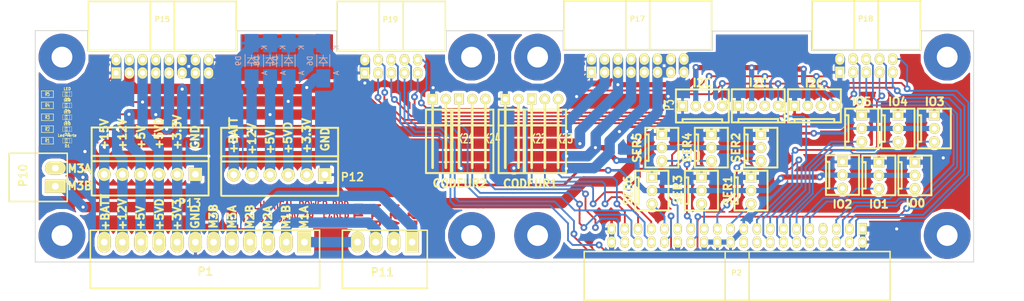
<source format=kicad_pcb>
(kicad_pcb (version 4) (host pcbnew 4.0.6)
  (title_block (title "MECHANICAL POWER BOARD") (date 2018-01-20) (rev V1-01) (company F4DEB))
  (layers (0 F.Cu signal) (31 B.Cu signal) (34 B.Paste user) (35 F.Paste user) (36 B.SilkS user) (37 F.SilkS user) (38 B.Mask user) (39 F.Mask user) (44 Edge.Cuts user))
  (net 0 "")
  (net 1 +12V)
  (net 2 +15V)
  (net 3 +5V)
  (net 4 +5VD)
  (net 5 /A1)
  (net 6 /A2)
  (net 7 /B1)
  (net 8 /B2)
  (net 9 /IO0)
  (net 10 /IO1)
  (net 11 /IO2)
  (net 12 /IO3)
  (net 13 /IO4)
  (net 14 /IO5)
  (net 15 /IRQ0)
  (net 16 /IRQ2)
  (net 17 /M1A)
  (net 18 /M1B)
  (net 19 /M2A)
  (net 20 /M2B)
  (net 21 /M3A)
  (net 22 /M3B)
  (net 23 /RST)
  (net 24 /RX1)
  (net 25 /RX2)
  (net 26 /RX3)
  (net 27 /SCL)
  (net 28 /SDA)
  (net 29 /SERV1)
  (net 30 /SERV2)
  (net 31 /SERV3)
  (net 32 /SERV4)
  (net 33 /SERV5)
  (net 34 /SERV6)
  (net 35 /TX1)
  (net 36 /TX2)
  (net 37 /TX3)
  (net 38 /Z1)
  (net 39 /Z2)
  (net 40 GND)
  (net 41 "Net-(D1-Pad2)")
  (net 42 "Net-(D2-Pad2)")
  (net 43 "Net-(D3-Pad2)")
  (net 44 "Net-(D4-Pad2)")
  (net 45 +3V3)
  (net 46 "Net-(D5-Pad2)")
  (net 47 "Net-(K1-Pad1)")
  (net 48 "Net-(K2-Pad1)")
  (net 49 "Net-(K3-Pad1)")
  (net 50 "Net-(K4-Pad1)")
  (net 51 "Net-(K5-Pad1)")
  (net 52 "Net-(K6-Pad1)")
  (net 53 "Net-(K7-Pad1)")
  (net 54 "Net-(K8-Pad1)")
  (net 55 "Net-(P2-Pad20)")
  (net 56 /IRQ1)
  (net 57 "Net-(P2-Pad8)")
  (net 58 "Net-(P2-Pad7)")
  (module KK-4 (layer F.Cu) (at 192.8114 92.5576 180)
    (fp_text reference P3 (at 10.1981 0.1778 450) (layer F.SilkS) (effects (font (size 1.73482 1.08712) (thickness 0.27178))))
    (fp_text value CONN_4 hide)
    (pad 1 thru_hole rect (at 7.62 0 180) (size 1.99898 1.99898) (drill 1) (layers *.Cu *.Mask F.SilkS) (net 40 GND))
    (pad 2 thru_hole circle (at 5.08 0 180) (size 1.99898 1.99898) (drill 1) (layers *.Cu *.Mask F.SilkS) (net 4 +5VD))
    (pad 3 thru_hole circle (at 2.54 0 180) (size 1.99898 1.99898) (drill 1) (layers *.Cu *.Mask F.SilkS) (net 27 /SCL))
    (pad 4 thru_hole circle (at 0 0 180) (size 1.99898 1.99898) (drill 1) (layers *.Cu *.Mask F.SilkS) (net 28 /SDA))
  )
  (module WEIDMULLER6 (layer F.Cu) (at 116.4336 105.7783 180)
    (fp_text reference P12 (at -5.2832 -0.4445 180) (layer F.SilkS) (effects (font (thickness 0.3048))))
    (fp_text value CONN_6 hide)
    (pad 1 thru_hole rect (at 0 0 180) (size 2.54 2.54) (drill 1.30048) (layers *.Cu *.Mask F.SilkS) (net 40 GND))
    (pad 2 thru_hole circle (at 3.4925 0 180) (size 2.54 2.54) (drill 1.30048) (layers *.Cu *.Mask F.SilkS) (net 45 +3V3))
    (pad 3 thru_hole circle (at 7.0485 0 180) (size 2.54 2.54) (drill 1.30048) (layers *.Cu *.Mask F.SilkS) (net 4 +5VD))
    (pad 4 thru_hole circle (at 10.541 0 180) (size 2.54 2.54) (drill 1.30048) (layers *.Cu *.Mask F.SilkS) (net 3 +5V))
    (pad 5 thru_hole circle (at 14.0335 0 180) (size 2.54 2.54) (drill 1.30048) (layers *.Cu *.Mask F.SilkS) (net 1 +12V))
    (pad 6 thru_hole circle (at 17.526 0 180) (size 2.54 2.54) (drill 1.30048) (layers *.Cu *.Mask F.SilkS) (net 2 +15V))
  )
  (module WEIDMULLER-6 (layer F.Cu) (at 91.5416 105.7148 180)
    (fp_text reference P13 (at 1.1176 -5.5372 180) (layer F.SilkS) (effects (font (thickness 0.3048))))
    (fp_text value CONN_6 hide)
    (pad 1 thru_hole rect (at 0 0 180) (size 2.54 2.54) (drill 1.30048) (layers *.Cu *.Mask F.SilkS) (net 40 GND))
    (pad 2 thru_hole circle (at 3.4925 0 180) (size 2.54 2.54) (drill 1.30048) (layers *.Cu *.Mask F.SilkS) (net 45 +3V3))
    (pad 3 thru_hole circle (at 7.0485 0 180) (size 2.54 2.54) (drill 1.30048) (layers *.Cu *.Mask F.SilkS) (net 4 +5VD))
    (pad 4 thru_hole circle (at 10.541 0 180) (size 2.54 2.54) (drill 1.30048) (layers *.Cu *.Mask F.SilkS) (net 3 +5V))
    (pad 5 thru_hole circle (at 14.0335 0 180) (size 2.54 2.54) (drill 1.30048) (layers *.Cu *.Mask F.SilkS) (net 1 +12V))
    (pad 6 thru_hole circle (at 17.526 0 180) (size 2.54 2.54) (drill 1.30048) (layers *.Cu *.Mask F.SilkS) (net 2 +15V))
  )
  (module SM0603_Resistor (layer F.Cu) (at 63.0936 90.2843)
    (fp_text reference R5 (at 0 0) (layer F.SilkS) (effects (font (size 0.7112 0.4572) (thickness 0.1143))))
    (fp_text value 680 hide)
    (pad 1 smd rect (at -0.762 0) (size 0.635 1.143) (layers F.Cu F.Paste F.Mask) (net 40 GND))
    (pad 2 smd rect (at 0.762 0) (size 0.635 1.143) (layers F.Cu F.Paste F.Mask) (net 46 "Net-(D5-Pad2)"))
  )
  (module SM0603_Resistor (layer F.Cu) (at 63.0936 99.2378)
    (fp_text reference R1 (at 0 0) (layer F.SilkS) (effects (font (size 0.7112 0.4572) (thickness 0.1143))))
    (fp_text value 4.7k hide)
    (pad 1 smd rect (at -0.762 0) (size 0.635 1.143) (layers F.Cu F.Paste F.Mask) (net 40 GND))
    (pad 2 smd rect (at 0.762 0) (size 0.635 1.143) (layers F.Cu F.Paste F.Mask) (net 41 "Net-(D1-Pad2)"))
  )
  (module SM0603_Resistor (layer F.Cu) (at 63.0936 94.7293)
    (fp_text reference R3 (at 0 0) (layer F.SilkS) (effects (font (size 0.7112 0.4572) (thickness 0.1143))))
    (fp_text value 1.5k hide)
    (pad 1 smd rect (at -0.762 0) (size 0.635 1.143) (layers F.Cu F.Paste F.Mask) (net 40 GND))
    (pad 2 smd rect (at 0.762 0) (size 0.635 1.143) (layers F.Cu F.Paste F.Mask) (net 43 "Net-(D3-Pad2)"))
  )
  (module SM0603_Resistor (layer F.Cu) (at 63.0936 92.4433)
    (fp_text reference R4 (at 0 0) (layer F.SilkS) (effects (font (size 0.7112 0.4572) (thickness 0.1143))))
    (fp_text value 1.5k hide)
    (pad 1 smd rect (at -0.762 0) (size 0.635 1.143) (layers F.Cu F.Paste F.Mask) (net 40 GND))
    (pad 2 smd rect (at 0.762 0) (size 0.635 1.143) (layers F.Cu F.Paste F.Mask) (net 44 "Net-(D4-Pad2)"))
  )
  (module SM0603_Resistor (layer F.Cu) (at 63.0936 97.0153)
    (fp_text reference R2 (at 0 0) (layer F.SilkS) (effects (font (size 0.7112 0.4572) (thickness 0.1143))))
    (fp_text value 4.7k hide)
    (pad 1 smd rect (at -0.762 0) (size 0.635 1.143) (layers F.Cu F.Paste F.Mask) (net 40 GND))
    (pad 2 smd rect (at 0.762 0) (size 0.635 1.143) (layers F.Cu F.Paste F.Mask) (net 42 "Net-(D2-Pad2)"))
  )
  (module LED-0603 (layer F.Cu) (at 66.9036 99.2378 180)
    (fp_text reference D1 (at 0 -1.016 180) (layer F.SilkS) (effects (font (size 0.508 0.508) (thickness 0.127))))
    (fp_text value "Led Verte" (at 0 1.016 180) (layer F.SilkS) (effects (font (size 0.508 0.508) (thickness 0.127))))
    (pad 1 smd rect (at -0.7493 0 180) (size 0.79756 0.79756) (layers F.Cu F.Paste F.Mask) (net 2 +15V))
    (pad 2 smd rect (at 0.7493 0 180) (size 0.79756 0.79756) (layers F.Cu F.Paste F.Mask) (net 41 "Net-(D1-Pad2)"))
  )
  (module LED-0603 (layer F.Cu) (at 66.9036 90.2843 180)
    (fp_text reference D5 (at 0 -1.016 180) (layer F.SilkS) (effects (font (size 0.508 0.508) (thickness 0.127))))
    (fp_text value LED (at 0 1.016 180) (layer F.SilkS) (effects (font (size 0.508 0.508) (thickness 0.127))))
    (pad 1 smd rect (at -0.7493 0 180) (size 0.79756 0.79756) (layers F.Cu F.Paste F.Mask) (net 45 +3V3))
    (pad 2 smd rect (at 0.7493 0 180) (size 0.79756 0.79756) (layers F.Cu F.Paste F.Mask) (net 46 "Net-(D5-Pad2)"))
  )
  (module LED-0603 (layer F.Cu) (at 66.9036 94.7293 180)
    (fp_text reference D3 (at 0 -1.016 180) (layer F.SilkS) (effects (font (size 0.508 0.508) (thickness 0.127))))
    (fp_text value LED (at 0 1.016 180) (layer F.SilkS) (effects (font (size 0.508 0.508) (thickness 0.127))))
    (pad 1 smd rect (at -0.7493 0 180) (size 0.79756 0.79756) (layers F.Cu F.Paste F.Mask) (net 3 +5V))
    (pad 2 smd rect (at 0.7493 0 180) (size 0.79756 0.79756) (layers F.Cu F.Paste F.Mask) (net 43 "Net-(D3-Pad2)"))
  )
  (module LED-0603 (layer F.Cu) (at 66.9036 92.4433 180)
    (fp_text reference D4 (at 0 -1.016 180) (layer F.SilkS) (effects (font (size 0.508 0.508) (thickness 0.127))))
    (fp_text value LED (at 0 1.016 180) (layer F.SilkS) (effects (font (size 0.508 0.508) (thickness 0.127))))
    (pad 1 smd rect (at -0.7493 0 180) (size 0.79756 0.79756) (layers F.Cu F.Paste F.Mask) (net 4 +5VD))
    (pad 2 smd rect (at 0.7493 0 180) (size 0.79756 0.79756) (layers F.Cu F.Paste F.Mask) (net 44 "Net-(D4-Pad2)"))
  )
  (module LED-0603 (layer F.Cu) (at 66.9036 97.0153 180)
    (fp_text reference D2 (at 0 -1.016 180) (layer F.SilkS) (effects (font (size 0.508 0.508) (thickness 0.127))))
    (fp_text value LED (at 0 1.016 180) (layer F.SilkS) (effects (font (size 0.508 0.508) (thickness 0.127))))
    (pad 1 smd rect (at -0.7493 0 180) (size 0.79756 0.79756) (layers F.Cu F.Paste F.Mask) (net 1 +12V))
    (pad 2 smd rect (at 0.7493 0 180) (size 0.79756 0.79756) (layers F.Cu F.Paste F.Mask) (net 42 "Net-(D2-Pad2)"))
  )
  (module KK-4 (layer F.Cu) (at 203.5556 92.5322 180)
    (fp_text reference P4 (at 10.34542 0.05588 180) (layer F.SilkS) (effects (font (size 1.73482 1.08712) (thickness 0.27178))))
    (fp_text value CONN_4 hide)
    (pad 1 thru_hole rect (at 7.62 0 180) (size 1.99898 1.99898) (drill 1) (layers *.Cu *.Mask F.SilkS) (net 40 GND))
    (pad 2 thru_hole circle (at 5.08 0 180) (size 1.99898 1.99898) (drill 1) (layers *.Cu *.Mask F.SilkS) (net 4 +5VD))
    (pad 3 thru_hole circle (at 2.54 0 180) (size 1.99898 1.99898) (drill 1) (layers *.Cu *.Mask F.SilkS) (net 27 /SCL))
    (pad 4 thru_hole circle (at 0 0 180) (size 1.99898 1.99898) (drill 1) (layers *.Cu *.Mask F.SilkS) (net 28 /SDA))
  )
  (module KK-4 (layer F.Cu) (at 214.3506 92.5322 180)
    (fp_text reference P6 (at 10.1219 -0.2159 270) (layer F.SilkS) (effects (font (size 1.73482 1.08712) (thickness 0.27178))))
    (fp_text value CONN_4 hide)
    (pad 1 thru_hole rect (at 7.62 0 180) (size 1.99898 1.99898) (drill 1) (layers *.Cu *.Mask F.SilkS) (net 40 GND))
    (pad 2 thru_hole circle (at 5.08 0 180) (size 1.99898 1.99898) (drill 1) (layers *.Cu *.Mask F.SilkS) (net 4 +5VD))
    (pad 3 thru_hole circle (at 2.54 0 180) (size 1.99898 1.99898) (drill 1) (layers *.Cu *.Mask F.SilkS) (net 27 /SCL))
    (pad 4 thru_hole circle (at 0 0 180) (size 1.99898 1.99898) (drill 1) (layers *.Cu *.Mask F.SilkS) (net 28 /SDA))
  )
  (module COLONETTE (layer F.Cu) (at 65.8876 83.1723)
    (fp_text reference K1 (at 0 0) (layer F.SilkS) (effects (font (thickness 0.3048))))
    (fp_text value COLONETTE hide)
    (pad 1 thru_hole circle (at 0 0) (size 8.99922 8.99922) (drill 4.0005) (layers *.Cu) (net 47 "Net-(K1-Pad1)"))
    (pad 1 thru_hole circle (at 0 0) (size 2 2) (drill 0.6) (layers *.Cu *.Mask F.SilkS) (net 47 "Net-(K1-Pad1)"))
  )
  (module COLONETTE (layer F.Cu) (at 65.8876 117.4623)
    (fp_text reference K3 (at 0 0) (layer F.SilkS) (effects (font (thickness 0.3048))))
    (fp_text value COLONETTE hide)
    (pad 1 thru_hole circle (at 0 0) (size 8.99922 8.99922) (drill 4.0005) (layers *.Cu) (net 49 "Net-(K3-Pad1)"))
    (pad 1 thru_hole circle (at 0 0) (size 2 2) (drill 0.6) (layers *.Cu *.Mask F.SilkS) (net 49 "Net-(K3-Pad1)"))
  )
  (module COLONETTE (layer F.Cu) (at 144.6276 83.1723)
    (fp_text reference K5 (at 0 0) (layer F.SilkS) (effects (font (thickness 0.3048))))
    (fp_text value COLONETTE hide)
    (pad 1 thru_hole circle (at 0 0) (size 8.99922 8.99922) (drill 4.0005) (layers *.Cu) (net 51 "Net-(K5-Pad1)"))
    (pad 1 thru_hole circle (at 0 0) (size 2 2) (drill 0.6) (layers *.Cu *.Mask F.SilkS) (net 51 "Net-(K5-Pad1)"))
  )
  (module COLONETTE (layer F.Cu) (at 144.6276 117.4623)
    (fp_text reference K7 (at 0 0) (layer F.SilkS) (effects (font (thickness 0.3048))))
    (fp_text value COLONETTE hide)
    (pad 1 thru_hole circle (at 0 0) (size 8.99922 8.99922) (drill 4.0005) (layers *.Cu) (net 53 "Net-(K7-Pad1)"))
    (pad 1 thru_hole circle (at 0 0) (size 2 2) (drill 0.6) (layers *.Cu *.Mask F.SilkS) (net 53 "Net-(K7-Pad1)"))
  )
  (module COLONETTE (layer F.Cu) (at 157.3276 83.1723)
    (fp_text reference K2 (at 0 0) (layer F.SilkS) (effects (font (thickness 0.3048))))
    (fp_text value COLONETTE hide)
    (pad 1 thru_hole circle (at 0 0) (size 8.99922 8.99922) (drill 4.0005) (layers *.Cu) (net 48 "Net-(K2-Pad1)"))
    (pad 1 thru_hole circle (at 0 0) (size 2 2) (drill 0.6) (layers *.Cu *.Mask F.SilkS) (net 48 "Net-(K2-Pad1)"))
  )
  (module COLONETTE (layer F.Cu) (at 157.3276 117.4623)
    (fp_text reference K4 (at 0 0) (layer F.SilkS) (effects (font (thickness 0.3048))))
    (fp_text value COLONETTE hide)
    (pad 1 thru_hole circle (at 0 0) (size 8.99922 8.99922) (drill 4.0005) (layers *.Cu) (net 50 "Net-(K4-Pad1)"))
    (pad 1 thru_hole circle (at 0 0) (size 2 2) (drill 0.6) (layers *.Cu *.Mask F.SilkS) (net 50 "Net-(K4-Pad1)"))
  )
  (module COLONETTE (layer F.Cu) (at 236.0676 83.1723)
    (fp_text reference K6 (at 0 0) (layer F.SilkS) (effects (font (thickness 0.3048))))
    (fp_text value COLONETTE hide)
    (pad 1 thru_hole circle (at 0 0) (size 8.99922 8.99922) (drill 4.0005) (layers *.Cu) (net 52 "Net-(K6-Pad1)"))
    (pad 1 thru_hole circle (at 0 0) (size 2 2) (drill 0.6) (layers *.Cu *.Mask F.SilkS) (net 52 "Net-(K6-Pad1)"))
  )
  (module COLONETTE (layer F.Cu) (at 236.0676 117.4623)
    (fp_text reference K8 (at 0 0) (layer F.SilkS) (effects (font (thickness 0.3048))))
    (fp_text value COLONETTE hide)
    (pad 1 thru_hole circle (at 0 0) (size 8.99922 8.99922) (drill 4.0005) (layers *.Cu) (net 54 "Net-(K8-Pad1)"))
    (pad 1 thru_hole circle (at 0 0) (size 2 2) (drill 0.6) (layers *.Cu *.Mask F.SilkS) (net 54 "Net-(K8-Pad1)"))
  )
  (module vasch_strip_5x2_90 (layer F.Cu) (at 220.5101 79.7433)
    (fp_text reference P18 (at -0.12446 -3.9497) (layer F.SilkS) (effects (font (thickness 0.2032))))
    (fp_text value CONN_5X2 hide)
    (pad 9 thru_hole oval (at 5.08 6.35) (size 1.8 2.2) (drill 1) (layers *.Cu *.Mask F.SilkS) (net 28 /SDA))
    (pad 10 thru_hole oval (at 5.08 3.81) (size 1.8 2.2) (drill 1) (layers *.Cu *.Mask F.SilkS) (net 27 /SCL))
    (pad 8 thru_hole oval (at 2.54 3.81) (size 1.8 2.2) (drill 1) (layers *.Cu *.Mask F.SilkS) (net 23 /RST))
    (pad 7 thru_hole oval (at 2.54 6.35) (size 1.8 2.2) (drill 1) (layers *.Cu *.Mask F.SilkS) (net 15 /IRQ0))
    (pad 1 thru_hole rect (at -5.08 6.35) (size 1.8 2.2) (drill 1) (layers *.Cu *.Mask F.SilkS) (net 40 GND))
    (pad 2 thru_hole oval (at -5.08 3.81) (size 1.8 2.2) (drill 1) (layers *.Cu *.Mask F.SilkS) (net 40 GND))
    (pad 3 thru_hole oval (at -2.54 6.35) (size 1.8 2.2) (drill 1) (layers *.Cu *.Mask F.SilkS) (net 37 /TX3))
    (pad 4 thru_hole oval (at -2.54 3.81) (size 1.8 2.2) (drill 1) (layers *.Cu *.Mask F.SilkS) (net 26 /RX3))
    (pad 5 thru_hole oval (at 0 6.35) (size 1.8 2.2) (drill 1) (layers *.Cu *.Mask F.SilkS) (net 24 /RX1))
    (pad 6 thru_hole oval (at 0 3.81) (size 1.8 2.2) (drill 1) (layers *.Cu *.Mask F.SilkS) (net 35 /TX1))
  )
  (module vasch_strip_5x2_90 (layer F.Cu) (at 129.1971 79.8703)
    (fp_text reference P19 (at -0.1905 -3.93446) (layer F.SilkS) (effects (font (thickness 0.2032))))
    (fp_text value CONN_5X2 hide)
    (pad 9 thru_hole oval (at 5.08 6.35) (size 1.8 2.2) (drill 1) (layers *.Cu *.Mask F.SilkS) (net 28 /SDA))
    (pad 10 thru_hole oval (at 5.08 3.81) (size 1.8 2.2) (drill 1) (layers *.Cu *.Mask F.SilkS) (net 27 /SCL))
    (pad 8 thru_hole oval (at 2.54 3.81) (size 1.8 2.2) (drill 1) (layers *.Cu *.Mask F.SilkS) (net 23 /RST))
    (pad 7 thru_hole oval (at 2.54 6.35) (size 1.8 2.2) (drill 1) (layers *.Cu *.Mask F.SilkS) (net 16 /IRQ2))
    (pad 1 thru_hole rect (at -5.08 6.35) (size 1.8 2.2) (drill 1) (layers *.Cu *.Mask F.SilkS) (net 40 GND))
    (pad 2 thru_hole oval (at -5.08 3.81) (size 1.8 2.2) (drill 1) (layers *.Cu *.Mask F.SilkS) (net 40 GND))
    (pad 3 thru_hole oval (at -2.54 6.35) (size 1.8 2.2) (drill 1) (layers *.Cu *.Mask F.SilkS) (net 26 /RX3))
    (pad 4 thru_hole oval (at -2.54 3.81) (size 1.8 2.2) (drill 1) (layers *.Cu *.Mask F.SilkS) (net 37 /TX3))
    (pad 5 thru_hole oval (at 0 6.35) (size 1.8 2.2) (drill 1) (layers *.Cu *.Mask F.SilkS) (net 25 /RX2))
    (pad 6 thru_hole oval (at 0 3.81) (size 1.8 2.2) (drill 1) (layers *.Cu *.Mask F.SilkS) (net 36 /TX2))
  )
  (module vasch_strip_8x2_90 (layer F.Cu) (at 176.5681 79.7433)
    (fp_text reference P17 (at -0.0635 -3.93446) (layer F.SilkS) (effects (font (thickness 0.2032))))
    (fp_text value CONN_8X2 hide)
    (pad 16 thru_hole oval (at 8.89 3.81) (size 1.8 2.2) (drill 1) (layers *.Cu *.Mask F.SilkS) (net 40 GND))
    (pad 15 thru_hole oval (at 8.89 6.35) (size 1.8 2.2) (drill 1) (layers *.Cu *.Mask F.SilkS) (net 40 GND))
    (pad 13 thru_hole oval (at 6.35 6.35) (size 1.8 2.2) (drill 1) (layers *.Cu *.Mask F.SilkS) (net 2 +15V))
    (pad 14 thru_hole oval (at 6.35 3.81) (size 1.8 2.2) (drill 1) (layers *.Cu *.Mask F.SilkS) (net 2 +15V))
    (pad 12 thru_hole oval (at 3.81 3.81) (size 1.8 2.2) (drill 1) (layers *.Cu *.Mask F.SilkS) (net 2 +15V))
    (pad 11 thru_hole oval (at 3.81 6.35) (size 1.8 2.2) (drill 1) (layers *.Cu *.Mask F.SilkS) (net 2 +15V))
    (pad 9 thru_hole oval (at 1.27 6.35) (size 1.8 2.2) (drill 1) (layers *.Cu *.Mask F.SilkS) (net 1 +12V))
    (pad 10 thru_hole oval (at 1.27 3.81) (size 1.8 2.2) (drill 1) (layers *.Cu *.Mask F.SilkS) (net 1 +12V))
    (pad 8 thru_hole oval (at -1.27 3.81) (size 1.8 2.2) (drill 1) (layers *.Cu *.Mask F.SilkS) (net 3 +5V))
    (pad 7 thru_hole oval (at -1.27 6.35) (size 1.8 2.2) (drill 1) (layers *.Cu *.Mask F.SilkS) (net 3 +5V))
    (pad 1 thru_hole rect (at -8.89 6.35) (size 1.8 2.2) (drill 1) (layers *.Cu *.Mask F.SilkS) (net 40 GND))
    (pad 2 thru_hole oval (at -8.89 3.81) (size 1.8 2.2) (drill 1) (layers *.Cu *.Mask F.SilkS) (net 40 GND))
    (pad 3 thru_hole oval (at -6.35 6.35) (size 1.8 2.2) (drill 1) (layers *.Cu *.Mask F.SilkS) (net 45 +3V3))
    (pad 4 thru_hole oval (at -6.35 3.81) (size 1.8 2.2) (drill 1) (layers *.Cu *.Mask F.SilkS) (net 45 +3V3))
    (pad 5 thru_hole oval (at -3.81 6.35) (size 1.8 2.2) (drill 1) (layers *.Cu *.Mask F.SilkS) (net 4 +5VD))
    (pad 6 thru_hole oval (at -3.81 3.81) (size 1.8 2.2) (drill 1) (layers *.Cu *.Mask F.SilkS) (net 4 +5VD))
  )
  (module vasch_strip_8x2_90 (layer F.Cu) (at 85.1916 79.8703)
    (fp_text reference P15 (at -0.0254 -3.98526) (layer F.SilkS) (effects (font (thickness 0.2032))))
    (fp_text value CONN_8X2 hide)
    (pad 16 thru_hole oval (at 8.89 3.81) (size 1.8 2.2) (drill 1) (layers *.Cu *.Mask F.SilkS) (net 40 GND))
    (pad 15 thru_hole oval (at 8.89 6.35) (size 1.8 2.2) (drill 1) (layers *.Cu *.Mask F.SilkS) (net 40 GND))
    (pad 13 thru_hole oval (at 6.35 6.35) (size 1.8 2.2) (drill 1) (layers *.Cu *.Mask F.SilkS) (net 2 +15V))
    (pad 14 thru_hole oval (at 6.35 3.81) (size 1.8 2.2) (drill 1) (layers *.Cu *.Mask F.SilkS) (net 2 +15V))
    (pad 12 thru_hole oval (at 3.81 3.81) (size 1.8 2.2) (drill 1) (layers *.Cu *.Mask F.SilkS) (net 2 +15V))
    (pad 11 thru_hole oval (at 3.81 6.35) (size 1.8 2.2) (drill 1) (layers *.Cu *.Mask F.SilkS) (net 2 +15V))
    (pad 9 thru_hole oval (at 1.27 6.35) (size 1.8 2.2) (drill 1) (layers *.Cu *.Mask F.SilkS) (net 1 +12V))
    (pad 10 thru_hole oval (at 1.27 3.81) (size 1.8 2.2) (drill 1) (layers *.Cu *.Mask F.SilkS) (net 1 +12V))
    (pad 8 thru_hole oval (at -1.27 3.81) (size 1.8 2.2) (drill 1) (layers *.Cu *.Mask F.SilkS) (net 3 +5V))
    (pad 7 thru_hole oval (at -1.27 6.35) (size 1.8 2.2) (drill 1) (layers *.Cu *.Mask F.SilkS) (net 3 +5V))
    (pad 1 thru_hole rect (at -8.89 6.35) (size 1.8 2.2) (drill 1) (layers *.Cu *.Mask F.SilkS) (net 40 GND))
    (pad 2 thru_hole oval (at -8.89 3.81) (size 1.8 2.2) (drill 1) (layers *.Cu *.Mask F.SilkS) (net 40 GND))
    (pad 3 thru_hole oval (at -6.35 6.35) (size 1.8 2.2) (drill 1) (layers *.Cu *.Mask F.SilkS) (net 45 +3V3))
    (pad 4 thru_hole oval (at -6.35 3.81) (size 1.8 2.2) (drill 1) (layers *.Cu *.Mask F.SilkS) (net 45 +3V3))
    (pad 5 thru_hole oval (at -3.81 6.35) (size 1.8 2.2) (drill 1) (layers *.Cu *.Mask F.SilkS) (net 4 +5VD))
    (pad 6 thru_hole oval (at -3.81 3.81) (size 1.8 2.2) (drill 1) (layers *.Cu *.Mask F.SilkS) (net 4 +5VD))
  )
  (module vasch_strip_20x2_90 (layer F.Cu) (at 195.6816 122.5423 180)
    (fp_text reference P2 (at 0.127 -2.0955 180) (layer F.SilkS) (effects (font (thickness 0.2032))))
    (fp_text value HE10-40 hide)
    (pad 37 thru_hole oval (at 21.59 6.35 180) (size 1.6 2.2) (drill 1) (layers *.Cu *.Mask F.SilkS) (net 38 /Z1))
    (pad 38 thru_hole oval (at 21.59 3.81 180) (size 1.6 2.2) (drill 1) (layers *.Cu *.Mask F.SilkS) (net 39 /Z2))
    (pad 40 thru_hole oval (at 24.13 3.81 180) (size 1.6 2.2) (drill 1) (layers *.Cu *.Mask F.SilkS) (net 40 GND))
    (pad 39 thru_hole oval (at 24.13 6.35 180) (size 1.6 2.2) (drill 1) (layers *.Cu *.Mask F.SilkS) (net 40 GND))
    (pad 35 thru_hole oval (at 19.05 6.35 180) (size 1.6 2.2) (drill 1) (layers *.Cu *.Mask F.SilkS) (net 7 /B1))
    (pad 36 thru_hole oval (at 19.05 3.81 180) (size 1.6 2.2) (drill 1) (layers *.Cu *.Mask F.SilkS) (net 8 /B2))
    (pad 34 thru_hole oval (at 16.51 3.81 180) (size 1.6 2.2) (drill 1) (layers *.Cu *.Mask F.SilkS) (net 6 /A2))
    (pad 33 thru_hole oval (at 16.51 6.35 180) (size 1.6 2.2) (drill 1) (layers *.Cu *.Mask F.SilkS) (net 5 /A1))
    (pad 31 thru_hole oval (at 13.97 6.35 180) (size 1.6 2.2) (drill 1) (layers *.Cu *.Mask F.SilkS) (net 34 /SERV6))
    (pad 32 thru_hole oval (at 13.97 3.81 180) (size 1.6 2.2) (drill 1) (layers *.Cu *.Mask F.SilkS) (net 16 /IRQ2))
    (pad 27 thru_hole oval (at 8.89 6.35 180) (size 1.6 2.2) (drill 1) (layers *.Cu *.Mask F.SilkS) (net 32 /SERV4))
    (pad 28 thru_hole oval (at 8.89 3.81 180) (size 1.6 2.2) (drill 1) (layers *.Cu *.Mask F.SilkS) (net 23 /RST))
    (pad 30 thru_hole oval (at 11.43 3.81 180) (size 1.6 2.2) (drill 1) (layers *.Cu *.Mask F.SilkS) (net 40 GND))
    (pad 29 thru_hole oval (at 11.43 6.35 180) (size 1.6 2.2) (drill 1) (layers *.Cu *.Mask F.SilkS) (net 33 /SERV5))
    (pad 25 thru_hole oval (at 6.35 6.35 180) (size 1.6 2.2) (drill 1) (layers *.Cu *.Mask F.SilkS) (net 31 /SERV3))
    (pad 26 thru_hole oval (at 6.35 3.81 180) (size 1.6 2.2) (drill 1) (layers *.Cu *.Mask F.SilkS) (net 40 GND))
    (pad 24 thru_hole oval (at 3.81 3.81 180) (size 1.6 2.2) (drill 1) (layers *.Cu *.Mask F.SilkS) (net 40 GND))
    (pad 23 thru_hole oval (at 3.81 6.35 180) (size 1.6 2.2) (drill 1) (layers *.Cu *.Mask F.SilkS) (net 30 /SERV2))
    (pad 21 thru_hole oval (at 1.27 6.35 180) (size 1.6 2.2) (drill 1) (layers *.Cu *.Mask F.SilkS) (net 29 /SERV1))
    (pad 22 thru_hole oval (at 1.27 3.81 180) (size 1.6 2.2) (drill 1) (layers *.Cu *.Mask F.SilkS) (net 40 GND))
    (pad 20 thru_hole oval (at -1.27 3.81 180) (size 1.6 2.2) (drill 1) (layers *.Cu *.Mask F.SilkS) (net 55 "Net-(P2-Pad20)"))
    (pad 19 thru_hole oval (at -1.27 6.35 180) (size 1.6 2.2) (drill 1) (layers *.Cu *.Mask F.SilkS) (net 40 GND))
    (pad 17 thru_hole oval (at -3.81 6.35 180) (size 1.6 2.2) (drill 1) (layers *.Cu *.Mask F.SilkS) (net 15 /IRQ0))
    (pad 18 thru_hole oval (at -3.81 3.81 180) (size 1.6 2.2) (drill 1) (layers *.Cu *.Mask F.SilkS) (net 56 /IRQ1))
    (pad 16 thru_hole oval (at -6.35 3.81 180) (size 1.6 2.2) (drill 1) (layers *.Cu *.Mask F.SilkS) (net 36 /TX2))
    (pad 15 thru_hole oval (at -6.35 6.35 180) (size 1.6 2.2) (drill 1) (layers *.Cu *.Mask F.SilkS) (net 25 /RX2))
    (pad 13 thru_hole oval (at -8.89 6.35 180) (size 1.6 2.2) (drill 1) (layers *.Cu *.Mask F.SilkS) (net 13 /IO4))
    (pad 14 thru_hole oval (at -8.89 3.81 180) (size 1.6 2.2) (drill 1) (layers *.Cu *.Mask F.SilkS) (net 14 /IO5))
    (pad 12 thru_hole oval (at -11.43 3.81 180) (size 1.6 2.2) (drill 1) (layers *.Cu *.Mask F.SilkS) (net 12 /IO3))
    (pad 11 thru_hole oval (at -11.43 6.35 180) (size 1.6 2.2) (drill 1) (layers *.Cu *.Mask F.SilkS) (net 11 /IO2))
    (pad 9 thru_hole oval (at -13.97 6.35 180) (size 1.6 2.2) (drill 1) (layers *.Cu *.Mask F.SilkS) (net 9 /IO0))
    (pad 10 thru_hole oval (at -13.97 3.81 180) (size 1.6 2.2) (drill 1) (layers *.Cu *.Mask F.SilkS) (net 10 /IO1))
    (pad 8 thru_hole oval (at -16.51 3.81 180) (size 1.6 2.2) (drill 1) (layers *.Cu *.Mask F.SilkS) (net 57 "Net-(P2-Pad8)"))
    (pad 7 thru_hole oval (at -16.51 6.35 180) (size 1.6 2.2) (drill 1) (layers *.Cu *.Mask F.SilkS) (net 58 "Net-(P2-Pad7)"))
    (pad 1 thru_hole rect (at -24.13 6.35 180) (size 1.6 2.2) (drill 1) (layers *.Cu *.Mask F.SilkS) (net 40 GND))
    (pad 2 thru_hole oval (at -24.13 3.81 180) (size 1.6 2.2) (drill 1) (layers *.Cu *.Mask F.SilkS) (net 40 GND))
    (pad 3 thru_hole oval (at -21.59 6.35 180) (size 1.6 2.2) (drill 1) (layers *.Cu *.Mask F.SilkS) (net 28 /SDA))
    (pad 4 thru_hole oval (at -21.59 3.81 180) (size 1.6 2.2) (drill 1) (layers *.Cu *.Mask F.SilkS) (net 27 /SCL))
    (pad 5 thru_hole oval (at -19.05 6.35 180) (size 1.6 2.2) (drill 1) (layers *.Cu *.Mask F.SilkS) (net 24 /RX1))
    (pad 6 thru_hole oval (at -19.05 3.81 180) (size 1.6 2.2) (drill 1) (layers *.Cu *.Mask F.SilkS) (net 35 /TX1))
  )
  (module WEIDMULLER-SL-3.5-12-90G (layer F.Cu) (at 71.3486 116.4463)
    (fp_text reference P1 (at 22.098 7.9375) (layer F.SilkS) (effects (font (thickness 0.3048))))
    (fp_text value CONN_12 hide)
    (pad 12 thru_hole oval (at 2.667 2.286) (size 2.54 4) (drill 1.30048) (layers *.Cu *.Mask F.SilkS) (net 2 +15V))
    (pad 11 thru_hole oval (at 6.1595 2.286) (size 2.54 4) (drill 1.30048) (layers *.Cu *.Mask F.SilkS) (net 1 +12V))
    (pad 10 thru_hole oval (at 9.7155 2.286) (size 2.54 4) (drill 1.30048) (layers *.Cu *.Mask F.SilkS) (net 3 +5V))
    (pad 9 thru_hole oval (at 13.208 2.286) (size 2.54 4) (drill 1.30048) (layers *.Cu *.Mask F.SilkS) (net 4 +5VD))
    (pad 8 thru_hole oval (at 16.7005 2.286) (size 2.54 4) (drill 1.30048) (layers *.Cu *.Mask F.SilkS) (net 45 +3V3))
    (pad 7 thru_hole oval (at 20.193 2.286) (size 2.54 4) (drill 1.30048) (layers *.Cu *.Mask F.SilkS) (net 40 GND))
    (pad 6 thru_hole oval (at 23.6855 2.286) (size 2.54 4) (drill 1.30048) (layers *.Cu *.Mask F.SilkS) (net 22 /M3B))
    (pad 5 thru_hole oval (at 27.178 2.286) (size 2.54 4) (drill 1.30048) (layers *.Cu *.Mask F.SilkS) (net 21 /M3A))
    (pad 4 thru_hole oval (at 30.6705 2.286) (size 2.54 4) (drill 1.30048) (layers *.Cu *.Mask F.SilkS) (net 20 /M2B))
    (pad 3 thru_hole oval (at 34.163 2.286) (size 2.54 4) (drill 1.30048) (layers *.Cu *.Mask F.SilkS) (net 19 /M2A))
    (pad 2 thru_hole oval (at 37.6555 2.286) (size 2.54 4) (drill 1.30048) (layers *.Cu *.Mask F.SilkS) (net 18 /M1B))
    (pad 1 thru_hole rect (at 41.148 2.286) (size 2.54 4) (drill 1.30048) (layers *.Cu *.Mask F.SilkS) (net 17 /M1A))
  )
  (module KK-3 (layer F.Cu) (at 229.8446 108.4453 90)
    (fp_text reference K9 hide)
    (fp_text value CONN_3 hide)
    (pad 1 thru_hole rect (at 5.08 0 90) (size 1.89992 2.10058) (drill 1) (layers *.Cu *.Mask F.SilkS) (net 40 GND))
    (pad 2 thru_hole circle (at 2.54 0 90) (size 2.10058 2.10058) (drill 1) (layers *.Cu *.Mask F.SilkS) (net 3 +5V))
    (pad 3 thru_hole circle (at 0 0 90) (size 2.10058 2.10058) (drill 1) (layers *.Cu *.Mask F.SilkS) (net 9 /IO0))
  )
  (module KK-3 (layer F.Cu) (at 222.9231 108.4453 90)
    (fp_text reference K11 hide)
    (fp_text value CONN_3 hide)
    (pad 1 thru_hole rect (at 5.08 0 90) (size 1.89992 2.10058) (drill 1) (layers *.Cu *.Mask F.SilkS) (net 40 GND))
    (pad 2 thru_hole circle (at 2.54 0 90) (size 2.10058 2.10058) (drill 1) (layers *.Cu *.Mask F.SilkS) (net 3 +5V))
    (pad 3 thru_hole circle (at 0 0 90) (size 2.10058 2.10058) (drill 1) (layers *.Cu *.Mask F.SilkS) (net 10 /IO1))
  )
  (module KK-3 (layer F.Cu) (at 233.5911 99.4283 90)
    (fp_text reference K10 hide)
    (fp_text value CONN_3 hide)
    (pad 1 thru_hole rect (at 5.08 0 90) (size 1.89992 2.10058) (drill 1) (layers *.Cu *.Mask F.SilkS) (net 40 GND))
    (pad 2 thru_hole circle (at 2.54 0 90) (size 2.10058 2.10058) (drill 1) (layers *.Cu *.Mask F.SilkS) (net 1 +12V))
    (pad 3 thru_hole circle (at 0 0 90) (size 2.10058 2.10058) (drill 1) (layers *.Cu *.Mask F.SilkS) (net 12 /IO3))
  )
  (module KK-3 (layer F.Cu) (at 215.9381 108.3818 90)
    (fp_text reference K13 hide)
    (fp_text value CONN_3 hide)
    (pad 1 thru_hole rect (at 5.08 0 90) (size 1.89992 2.10058) (drill 1) (layers *.Cu *.Mask F.SilkS) (net 40 GND))
    (pad 2 thru_hole circle (at 2.54 0 90) (size 2.10058 2.10058) (drill 1) (layers *.Cu *.Mask F.SilkS) (net 3 +5V))
    (pad 3 thru_hole circle (at 0 0 90) (size 2.10058 2.10058) (drill 1) (layers *.Cu *.Mask F.SilkS) (net 11 /IO2))
  )
  (module KK-3 (layer F.Cu) (at 226.6061 99.4283 90)
    (fp_text reference K12 hide)
    (fp_text value CONN_3 hide)
    (pad 1 thru_hole rect (at 5.08 0 90) (size 1.89992 2.10058) (drill 1) (layers *.Cu *.Mask F.SilkS) (net 40 GND))
    (pad 2 thru_hole circle (at 2.54 0 90) (size 2.10058 2.10058) (drill 1) (layers *.Cu *.Mask F.SilkS) (net 1 +12V))
    (pad 3 thru_hole circle (at 0 0 90) (size 2.10058 2.10058) (drill 1) (layers *.Cu *.Mask F.SilkS) (net 13 /IO4))
  )
  (module KK-3 (layer F.Cu) (at 219.6211 99.4283 90)
    (fp_text reference K14 hide)
    (fp_text value CONN_3 hide)
    (pad 1 thru_hole rect (at 5.08 0 90) (size 1.89992 2.10058) (drill 1) (layers *.Cu *.Mask F.SilkS) (net 40 GND))
    (pad 2 thru_hole circle (at 2.54 0 90) (size 2.10058 2.10058) (drill 1) (layers *.Cu *.Mask F.SilkS) (net 1 +12V))
    (pad 3 thru_hole circle (at 0 0 90) (size 2.10058 2.10058) (drill 1) (layers *.Cu *.Mask F.SilkS) (net 14 /IO5))
  )
  (module KK-3 (layer F.Cu) (at 198.3486 111.3663 90)
    (fp_text reference K15 hide)
    (fp_text value CONN_3 hide)
    (pad 1 thru_hole rect (at 5.08 0 90) (size 1.89992 2.10058) (drill 1) (layers *.Cu *.Mask F.SilkS) (net 40 GND))
    (pad 2 thru_hole circle (at 2.54 0 90) (size 2.10058 2.10058) (drill 1) (layers *.Cu *.Mask F.SilkS) (net 3 +5V))
    (pad 3 thru_hole circle (at 0 0 90) (size 2.10058 2.10058) (drill 1) (layers *.Cu *.Mask F.SilkS) (net 29 /SERV1))
  )
  (module KK-3 (layer F.Cu) (at 200.2536 103.1113 90)
    (fp_text reference K17 hide)
    (fp_text value CONN_3 hide)
    (pad 1 thru_hole rect (at 5.08 0 90) (size 1.89992 2.10058) (drill 1) (layers *.Cu *.Mask F.SilkS) (net 40 GND))
    (pad 2 thru_hole circle (at 2.54 0 90) (size 2.10058 2.10058) (drill 1) (layers *.Cu *.Mask F.SilkS) (net 3 +5V))
    (pad 3 thru_hole circle (at 0 0 90) (size 2.10058 2.10058) (drill 1) (layers *.Cu *.Mask F.SilkS) (net 30 /SERV2))
  )
  (module KK-3 (layer F.Cu) (at 188.8236 111.3663 90)
    (fp_text reference K19 hide)
    (fp_text value CONN_3 hide)
    (pad 1 thru_hole rect (at 5.08 0 90) (size 1.89992 2.10058) (drill 1) (layers *.Cu *.Mask F.SilkS) (net 40 GND))
    (pad 2 thru_hole circle (at 2.54 0 90) (size 2.10058 2.10058) (drill 1) (layers *.Cu *.Mask F.SilkS) (net 3 +5V))
    (pad 3 thru_hole circle (at 0 0 90) (size 2.10058 2.10058) (drill 1) (layers *.Cu *.Mask F.SilkS) (net 31 /SERV3))
  )
  (module KK-3 (layer F.Cu) (at 190.7286 103.1113 90)
    (fp_text reference K16 hide)
    (fp_text value CONN_3 hide)
    (pad 1 thru_hole rect (at 5.08 0 90) (size 1.89992 2.10058) (drill 1) (layers *.Cu *.Mask F.SilkS) (net 40 GND))
    (pad 2 thru_hole circle (at 2.54 0 90) (size 2.10058 2.10058) (drill 1) (layers *.Cu *.Mask F.SilkS) (net 3 +5V))
    (pad 3 thru_hole circle (at 0 0 90) (size 2.10058 2.10058) (drill 1) (layers *.Cu *.Mask F.SilkS) (net 32 /SERV4))
  )
  (module KK-3 (layer F.Cu) (at 181.2036 103.1113 90)
    (fp_text reference K18 hide)
    (fp_text value CONN_3 hide)
    (pad 1 thru_hole rect (at 5.08 0 90) (size 1.89992 2.10058) (drill 1) (layers *.Cu *.Mask F.SilkS) (net 40 GND))
    (pad 2 thru_hole circle (at 2.54 0 90) (size 2.10058 2.10058) (drill 1) (layers *.Cu *.Mask F.SilkS) (net 3 +5V))
    (pad 3 thru_hole circle (at 0 0 90) (size 2.10058 2.10058) (drill 1) (layers *.Cu *.Mask F.SilkS) (net 33 /SERV5))
  )
  (module KK-3 (layer F.Cu) (at 179.2986 111.3663 90)
    (fp_text reference K20 hide)
    (fp_text value CONN_3 hide)
    (pad 1 thru_hole rect (at 5.08 0 90) (size 1.89992 2.10058) (drill 1) (layers *.Cu *.Mask F.SilkS) (net 40 GND))
    (pad 2 thru_hole circle (at 2.54 0 90) (size 2.10058 2.10058) (drill 1) (layers *.Cu *.Mask F.SilkS) (net 3 +5V))
    (pad 3 thru_hole circle (at 0 0 90) (size 2.10058 2.10058) (drill 1) (layers *.Cu *.Mask F.SilkS) (net 34 /SERV6))
  )
  (module WEIDMULLER-SL-3.5-4-90G (layer F.Cu) (at 119.7991 116.4463)
    (fp_text reference P11 (at 7.6835 8.0645) (layer F.SilkS) (effects (font (thickness 0.3048))))
    (fp_text value CONN_4 hide)
    (pad 4 thru_hole oval (at 2.921 2.286) (size 2.54 4) (drill 1.30048) (layers *.Cu *.Mask F.SilkS) (net 17 /M1A))
    (pad 3 thru_hole oval (at 6.4135 2.286) (size 2.54 4) (drill 1.30048) (layers *.Cu *.Mask F.SilkS) (net 18 /M1B))
    (pad 2 thru_hole oval (at 9.906 2.286) (size 2.54 4) (drill 1.30048) (layers *.Cu *.Mask F.SilkS) (net 19 /M2A))
    (pad 1 thru_hole rect (at 13.3985 2.286) (size 2.54 4) (drill 1.30048) (layers *.Cu *.Mask F.SilkS) (net 20 /M2B))
  )
  (module WEIDMULLER-SL-3.5-2-90G (layer F.Cu) (at 64.6176 108.0008 270)
    (fp_text reference P10 (at -2.0828 6.1976 270) (layer F.SilkS) (effects (font (thickness 0.3048))))
    (fp_text value CONN_4 hide)
    (pad 2 thru_hole oval (at -3.4925 0 270) (size 2.54 4) (drill 1.30048) (layers *.Cu *.Mask F.SilkS) (net 21 /M3A))
    (pad 1 thru_hole rect (at 0 0 270) (size 2.54 4) (drill 1.30048) (layers *.Cu *.Mask F.SilkS) (net 22 /M3B))
  )
  (module Diodes_SMD:MELF_Handsoldering (layer B.Cu) (at 102.3366 83.8708 270)
    (fp_text reference D9 (at 0 2.54 270) (layer B.SilkS) (effects (justify mirror)))
    (fp_text value 13V)
    (fp_text user K (at -2.55 -2.45 270) (layer B.SilkS) (effects (justify mirror)))
    (fp_text user A (at 2.35 -2.5 270) (layer B.SilkS) (effects (justify mirror)))
    (pad 1 smd rect (at -3.40106 0 270) (size 3.50012 2.70002) (layers B.Cu B.Paste B.Mask) (net 40 GND))
    (pad 2 smd rect (at 3.40106 0 270) (size 3.50012 2.70002) (layers B.Cu B.Paste B.Mask) (net 1 +12V))
  )
  (module Diodes_SMD:MELF_Handsoldering (layer B.Cu) (at 105.8926 83.8708 270)
    (fp_text reference D8 (at 0 2.54 270) (layer B.SilkS) (effects (justify mirror)))
    (fp_text value 5V6)
    (fp_text user K (at -2.55 -2.45 270) (layer B.SilkS) (effects (justify mirror)))
    (fp_text user A (at 2.35 -2.5 270) (layer B.SilkS) (effects (justify mirror)))
    (pad 1 smd rect (at -3.40106 0 270) (size 3.50012 2.70002) (layers B.Cu B.Paste B.Mask) (net 40 GND))
    (pad 2 smd rect (at 3.40106 0 270) (size 3.50012 2.70002) (layers B.Cu B.Paste B.Mask) (net 3 +5V))
  )
  (module Diodes_SMD:MELF_Handsoldering (layer B.Cu) (at 109.4486 83.8708 270)
    (fp_text reference D7 (at 0 2.54 270) (layer B.SilkS) (effects (justify mirror)))
    (fp_text value 5V6)
    (fp_text user K (at -2.55 -2.45 270) (layer B.SilkS) (effects (justify mirror)))
    (fp_text user A (at 2.35 -2.5 270) (layer B.SilkS) (effects (justify mirror)))
    (pad 1 smd rect (at -3.40106 0 270) (size 3.50012 2.70002) (layers B.Cu B.Paste B.Mask) (net 40 GND))
    (pad 2 smd rect (at 3.40106 0 270) (size 3.50012 2.70002) (layers B.Cu B.Paste B.Mask) (net 4 +5VD))
  )
  (module Diodes_SMD:MELF_Handsoldering (layer B.Cu) (at 116.1161 83.8708 270)
    (fp_text reference D6 (at 0 2.54 270) (layer B.SilkS) (effects (justify mirror)))
    (fp_text value 3V6)
    (fp_text user K (at -2.55 -2.45 270) (layer B.SilkS) (effects (justify mirror)))
    (fp_text user A (at 2.35 -2.5 270) (layer B.SilkS) (effects (justify mirror)))
    (pad 1 smd rect (at -3.40106 0 270) (size 3.50012 2.70002) (layers B.Cu B.Paste B.Mask) (net 40 GND))
    (pad 2 smd rect (at 3.40106 0 270) (size 3.50012 2.70002) (layers B.Cu B.Paste B.Mask) (net 45 +3V3))
  )
  (module CEN-PCB:SIL-3%221%2f2-3-HOR (layer F.Cu) (at 147.2946 91.2368 180)
    (fp_text reference K24 (at -1.27 -7.62 180) (layer F.SilkS) (effects (font (size 1.73482 1.08712) (thickness 0.27178))))
    (fp_text value CONN_3 hide)
    (pad 1 thru_hole rect (at 5.08 0 180) (size 1.80086 1.99898) (drill 1) (layers *.Cu *.Mask F.SilkS) (net 6 /A2))
    (pad 2 thru_hole circle (at 2.54 0 180) (size 1.99898 1.99898) (drill 1) (layers *.Cu *.Mask F.SilkS) (net 8 /B2))
    (pad 3 thru_hole circle (at 0 0 180) (size 1.99898 1.99898) (drill 1) (layers *.Cu *.Mask F.SilkS) (net 39 /Z2))
  )
  (module CEN-PCB:SIL-3%221%2f2-3-HOR (layer F.Cu) (at 161.2646 91.2368 180)
    (fp_text reference K23 (at -1.27 -7.62 180) (layer F.SilkS) (effects (font (size 1.73482 1.08712) (thickness 0.27178))))
    (fp_text value CONN_3 hide)
    (pad 1 thru_hole rect (at 5.08 0 180) (size 1.80086 1.99898) (drill 1) (layers *.Cu *.Mask F.SilkS) (net 5 /A1))
    (pad 2 thru_hole circle (at 2.54 0 180) (size 1.99898 1.99898) (drill 1) (layers *.Cu *.Mask F.SilkS) (net 7 /B1))
    (pad 3 thru_hole circle (at 0 0 180) (size 1.99898 1.99898) (drill 1) (layers *.Cu *.Mask F.SilkS) (net 38 /Z1))
  )
  (module f4deb-mod-library:KK-2-H (layer F.Cu) (at 139.67968 91.2368 180)
    (fp_text reference K21 (at -3.81 -7.62 180) (layer F.SilkS) (effects (font (size 1.73482 1.08712) (thickness 0.27178))))
    (fp_text value CONN_2 hide)
    (pad 1 thru_hole rect (at 2.54 0 180) (size 1.80086 1.99898) (drill 1) (layers *.Cu *.Mask F.SilkS) (net 40 GND))
    (pad 2 thru_hole circle (at 0 0 180) (size 1.99898 1.99898) (drill 1) (layers *.Cu *.Mask F.SilkS) (net 1 +12V))
  )
  (module f4deb-mod-library:KK-2-H (layer F.Cu) (at 153.64968 91.24188 180)
    (fp_text reference K22 (at -3.81 -7.62 180) (layer F.SilkS) (effects (font (size 1.73482 1.08712) (thickness 0.27178))))
    (fp_text value CONN_2 hide)
    (pad 1 thru_hole rect (at 2.54 0 180) (size 1.80086 1.99898) (drill 1) (layers *.Cu *.Mask F.SilkS) (net 40 GND))
    (pad 2 thru_hole circle (at 0 0 180) (size 1.99898 1.99898) (drill 1) (layers *.Cu *.Mask F.SilkS) (net 1 +12V))
  )
  (gr_text M1A (at 112.4204 113.9952 90) (layer F.SilkS) (effects (font (size 1.5 1.5) (thickness 0.375))))
  (gr_text M1B (at 108.966 113.919 90) (layer F.SilkS) (effects (font (size 1.5 1.5) (thickness 0.375))))
  (gr_text M2A (at 105.4608 113.9952 90) (layer F.SilkS) (effects (font (size 1.5 1.5) (thickness 0.375))))
  (gr_text M2B (at 102.0318 113.8682 90) (layer F.SilkS) (effects (font (size 1.5 1.5) (thickness 0.375))))
  (gr_text M3A (at 98.5774 113.8936 90) (layer F.SilkS) (effects (font (size 1.5 1.5) (thickness 0.375))))
  (gr_text M3B (at 94.996 113.7666 90) (layer F.SilkS) (effects (font (size 1.5 1.5) (thickness 0.375))))
  (gr_text GND (at 91.4908 113.8428 90) (layer F.SilkS) (effects (font (size 1.5 1.5) (thickness 0.375))))
  (gr_text +3V3 (at 87.9856 113.4618 90) (layer F.SilkS) (effects (font (size 1.5 1.5) (thickness 0.375))))
  (gr_text +5VD (at 84.6074 113.3856 90) (layer F.SilkS) (effects (font (size 1.5 1.5) (thickness 0.375))))
  (gr_text +5V (at 80.9498 114.0714 90) (layer F.SilkS) (effects (font (size 1.5 1.5) (thickness 0.375))))
  (gr_text +12V (at 77.4954 113.3856 90) (layer F.SilkS) (effects (font (size 1.5 1.5) (thickness 0.375))))
  (gr_text +BATT (at 74.1934 112.9792 90) (layer F.SilkS) (effects (font (size 1.5 1.5) (thickness 0.375))))
  (gr_text SER2 (at 195.453 100.584 90) (layer F.SilkS) (effects (font (size 1.5 1.5) (thickness 0.375))))
  (gr_text SER4 (at 186.1058 100.5586 90) (layer F.SilkS) (effects (font (size 1.5 1.5) (thickness 0.375))))
  (gr_text SER5 (at 176.4538 100.584 90) (layer F.SilkS) (effects (font (size 1.5 1.5) (thickness 0.375))))
  (gr_text SER1 (at 193.9036 108.8136 90) (layer F.SilkS) (effects (font (size 1.5 1.5) (thickness 0.375))))
  (gr_text SER3 (at 184.277 108.712 90) (layer F.SilkS) (effects (font (size 1.5 1.5) (thickness 0.375))))
  (gr_text SER6 (at 174.7012 108.7882 90) (layer F.SilkS) (effects (font (size 1.5 1.5) (thickness 0.375))))
  (gr_text IO0 (at 229.9462 111.252) (layer F.SilkS) (effects (font (size 1.5 1.5) (thickness 0.375))))
  (gr_text IO1 (at 222.9358 111.4552) (layer F.SilkS) (effects (font (size 1.5 1.5) (thickness 0.375))))
  (gr_text IO2 (at 215.9254 111.4552) (layer F.SilkS) (effects (font (size 1.5 1.5) (thickness 0.375))))
  (gr_text IO3 (at 233.6546 91.7448) (layer F.SilkS) (effects (font (size 1.5 1.5) (thickness 0.375))))
  (gr_text IO4 (at 226.5934 91.7448) (layer F.SilkS) (effects (font (size 1.5 1.5) (thickness 0.375))))
  (gr_text IO5 (at 219.6084 91.7448) (layer F.SilkS) (effects (font (size 1.5 1.5) (thickness 0.375))))
  (gr_text I2C (at 210.5406 88.1634) (layer F.SilkS) (effects (font (size 1.5 1.5) (thickness 0.375))))
  (gr_text I2C (at 199.771 88.0618) (layer F.SilkS) (effects (font (size 1.5 1.5) (thickness 0.375))))
  (gr_text I2C (at 188.976 88.1126) (layer F.SilkS) (effects (font (size 1.5 1.5) (thickness 0.375))))
  (gr_line (start 231.0638 78.105) (end 241.1476 78.105) (angle 90) (layer Edge.Cuts) (width 0.15))
  (gr_line (start 231.0638 81.8896) (end 231.0638 78.105) (angle 90) (layer Edge.Cuts) (width 0.15))
  (gr_line (start 209.9564 81.8896) (end 231.0638 81.8896) (angle 90) (layer Edge.Cuts) (width 0.15))
  (gr_line (start 209.9564 78.1558) (end 209.9564 81.8896) (angle 90) (layer Edge.Cuts) (width 0.15))
  (gr_line (start 190.9318 78.1558) (end 209.9564 78.1558) (angle 90) (layer Edge.Cuts) (width 0.15))
  (gr_line (start 190.9318 81.8896) (end 190.9318 78.1558) (angle 90) (layer Edge.Cuts) (width 0.15))
  (gr_line (start 162.2298 81.8896) (end 190.9318 81.8896) (angle 90) (layer Edge.Cuts) (width 0.15))
  (gr_line (start 162.2298 78.105) (end 162.2298 81.8896) (angle 90) (layer Edge.Cuts) (width 0.15))
  (gr_line (start 139.7508 78.105) (end 162.2298 78.105) (angle 90) (layer Edge.Cuts) (width 0.15))
  (gr_line (start 139.7508 82.0166) (end 139.7508 78.105) (angle 90) (layer Edge.Cuts) (width 0.15))
  (gr_line (start 118.6688 82.0166) (end 139.7508 82.0166) (angle 90) (layer Edge.Cuts) (width 0.15))
  (gr_line (start 118.6688 78.105) (end 118.6688 82.0166) (angle 90) (layer Edge.Cuts) (width 0.15))
  (gr_line (start 99.5426 78.105) (end 118.6688 78.105) (angle 90) (layer Edge.Cuts) (width 0.15))
  (gr_line (start 99.5426 82.0166) (end 99.5426 78.105) (angle 90) (layer Edge.Cuts) (width 0.15))
  (gr_line (start 70.8406 82.0166) (end 99.5426 82.0166) (angle 90) (layer Edge.Cuts) (width 0.15))
  (gr_line (start 70.8406 78.0796) (end 70.8406 82.0166) (angle 90) (layer Edge.Cuts) (width 0.15))
  (gr_line (start 60.7568 78.0796) (end 70.8406 78.0796) (angle 90) (layer Edge.Cuts) (width 0.15))
  (gr_line (start 60.7568 122.555) (end 60.7568 78.0796) (angle 90) (layer Edge.Cuts) (width 0.15))
  (gr_line (start 241.1476 122.555) (end 60.7568 122.555) (angle 90) (layer Edge.Cuts) (width 0.15))
  (gr_line (start 241.1476 78.105) (end 241.1476 122.555) (angle 90) (layer Edge.Cuts) (width 0.15))
  (gr_text M3B (at 69.3166 107.9246) (layer F.SilkS) (effects (font (size 1.5 1.5) (thickness 0.375))))
  (gr_text M3A (at 69.2404 104.5972) (layer F.SilkS) (effects (font (size 1.5 1.5) (thickness 0.375))))
  (gr_text +3.3V (at 70.6501 90.2843) (layer F.Cu) (effects (font (size 1 1) (thickness 0.25))))
  (gr_text +5VD (at 70.4596 92.4433) (layer F.Cu) (effects (font (size 1 1) (thickness 0.25))))
  (gr_text +5V (at 70.0786 94.6658) (layer F.Cu) (effects (font (size 1 1) (thickness 0.25))))
  (gr_text +12V (at 70.4596 97.0153) (layer F.Cu) (effects (font (size 1 1) (thickness 0.25))))
  (gr_text +BATT (at 98.8568 98.1964 90) (layer F.SilkS) (effects (font (size 1.5 1.5) (thickness 0.375))))
  (gr_text +12V (at 102.3874 98.8822 90) (layer F.SilkS) (effects (font (size 1.5 1.5) (thickness 0.375))))
  (gr_text +5V (at 105.8926 99.4918 90) (layer F.SilkS) (effects (font (size 1.5 1.5) (thickness 0.375))))
  (gr_text +5VD (at 109.3216 98.6536 90) (layer F.SilkS) (effects (font (size 1.5 1.5) (thickness 0.375))))
  (gr_text +3.3V (at 112.903 98.298 90) (layer F.SilkS) (effects (font (size 1.5 1.5) (thickness 0.375))))
  (gr_text GND (at 116.4844 98.9584 90) (layer F.SilkS) (effects (font (size 1.5 1.5) (thickness 0.375))))
  (gr_text GND (at 91.4654 98.5774 90) (layer F.SilkS) (effects (font (size 1.5 1.5) (thickness 0.375))))
  (gr_text +3.3V (at 88.0364 97.6122 90) (layer F.SilkS) (effects (font (size 1.5 1.5) (thickness 0.375))))
  (gr_text +5VD (at 84.5312 97.8154 90) (layer F.SilkS) (effects (font (size 1.5 1.5) (thickness 0.375))))
  (gr_text +5V (at 81.0768 98.5774 90) (layer F.SilkS) (effects (font (size 1.5 1.5) (thickness 0.375))))
  (gr_text +12V (at 77.4954 97.9932 90) (layer F.SilkS) (effects (font (size 1.5 1.5) (thickness 0.375))))
  (gr_text +15V (at 74.0156 98.0186 90) (layer F.SilkS) (effects (font (size 1.5 1.5) (thickness 0.375))))
  (gr_text CODEUR2 (at 142.3924 107.442) (layer F.SilkS) (effects (font (size 1.5 1.5) (thickness 0.375))))
  (gr_text CODEUR1 (at 155.9306 107.4928) (layer F.SilkS) (effects (font (size 1.5 1.5) (thickness 0.375))))
  (gr_text M1A (at 122.7836 113.3983 270) (layer F.Cu) (effects (font (size 1.5 1.5) (thickness 0.375))))
  (gr_text M1B (at 126.2126 113.5888 270) (layer F.Cu) (effects (font (size 1.5 1.5) (thickness 0.375))))
  (gr_text M2A (at 129.7686 113.5253 270) (layer F.Cu) (effects (font (size 1.5 1.5) (thickness 0.375))))
  (gr_text M2B (at 133.1976 113.5888 270) (layer F.Cu) (effects (font (size 1.5 1.5) (thickness 0.375))))
  (gr_text +BATT (at 70.8406 99.2378) (layer F.Cu) (effects (font (size 1 1) (thickness 0.25))))
  (gr_text "MECHANICAL POWER BRD\nV1-01  JANV 18  F4DEB" (at 110.7821 112.8903) (layer F.Cu) (effects (font (size 1.5 1.1) (thickness 0.25))))
  (segment (start 178.048098 96.551302) (end 173.984098 96.551302) (width 0.5) (layer F.Cu) (net 1))
  (via (at 173.0502 97.4852) (size 1.3) (drill 0.6) (layers F.Cu B.Cu) (net 1))
  (segment (start 173.984098 96.551302) (end 173.0502 97.4852) (width 0.5) (layer F.Cu) (net 1))
  (segment (start 173.0502 97.4852) (end 173.01845 97.45345) (width 0.5) (layer B.Cu) (net 1))
  (segment (start 173.01845 97.45345) (end 173.0502 97.4852) (width 0.5) (layer B.Cu) (net 1))
  (segment (start 173.0502 97.4852) (end 173.0502 97.4217) (width 0.5) (layer B.Cu) (net 1))
  (segment (start 219.6211 96.8883) (end 217.0811 96.8883) (width 0.5) (layer B.Cu) (net 1))
  (segment (start 178.048098 96.551302) (end 178.0286 96.5708) (width 0.5) (layer F.Cu) (net 1))
  (segment (start 202.393102 96.551302) (end 178.048098 96.551302) (width 0.5) (layer F.Cu) (net 1))
  (segment (start 203.6064 97.7646) (end 202.393102 96.551302) (width 0.5) (layer F.Cu) (net 1))
  (segment (start 205.9686 97.7646) (end 203.6064 97.7646) (width 0.5) (layer F.Cu) (net 1))
  (segment (start 206.0194 97.8154) (end 205.9686 97.7646) (width 0.5) (layer F.Cu) (net 1))
  (segment (start 210.4136 97.8154) (end 206.0194 97.8154) (width 0.5) (layer F.Cu) (net 1))
  (via (at 210.4136 97.8154) (size 1.3) (drill 0.6) (layers F.Cu B.Cu) (net 1))
  (segment (start 216.154 97.8154) (end 210.4136 97.8154) (width 0.5) (layer B.Cu) (net 1))
  (segment (start 217.0811 96.8883) (end 216.154 97.8154) (width 0.5) (layer B.Cu) (net 1))
  (segment (start 177.8381 83.5533) (end 177.8381 86.0933) (width 2) (layer F.Cu) (net 1))
  (segment (start 153.6446 91.2368) (end 153.6446 103.6193) (width 0.35) (layer B.Cu) (net 1))
  (segment (start 153.6446 103.6193) (end 152.7556 104.5083) (width 0.35) (layer B.Cu) (net 1))
  (segment (start 139.6746 91.2368) (end 139.6746 95.4913) (width 0.35) (layer B.Cu) (net 1))
  (segment (start 139.6746 95.4913) (end 142.5956 98.4123) (width 0.35) (layer B.Cu) (net 1))
  (segment (start 102.3366 97.2058) (end 102.3366 86.50986) (width 2) (layer B.Cu) (net 1))
  (segment (start 76.5556 97.0788) (end 74.3331 97.0788) (width 0.35) (layer F.Cu) (net 1))
  (segment (start 68.8594 95.8088) (end 67.6529 97.0153) (width 0.35) (layer F.Cu) (net 1))
  (segment (start 73.0631 95.8088) (end 68.8594 95.8088) (width 0.35) (layer F.Cu) (net 1))
  (segment (start 74.3331 97.0788) (end 73.0631 95.8088) (width 0.35) (layer F.Cu) (net 1))
  (segment (start 130.9116 104.476302) (end 126.561602 104.476302) (width 2) (layer F.Cu) (net 1))
  (segment (start 119.4181 97.3328) (end 119.4181 97.2058) (width 2) (layer F.Cu) (net 1))
  (segment (start 126.561602 104.476302) (end 119.4181 97.3328) (width 2) (layer F.Cu) (net 1))
  (segment (start 102.3366 97.2058) (end 119.4181 97.2058) (width 2) (layer F.Cu) (net 1))
  (segment (start 142.5956 104.476302) (end 142.5956 104.5718) (width 2) (layer F.Cu) (net 1))
  (segment (start 130.9116 104.476302) (end 142.5956 104.476302) (width 2) (layer F.Cu) (net 1))
  (segment (start 86.4616 86.2203) (end 86.4616 96.5708) (width 2) (layer B.Cu) (net 1))
  (via (at 86.0171 97.0153) (size 1.3) (drill 0.6) (layers F.Cu B.Cu) (net 1))
  (segment (start 86.4616 96.5708) (end 86.0171 97.0153) (width 2) (layer B.Cu) (net 1))
  (segment (start 86.0171 97.0153) (end 86.0171 97.0788) (width 2) (layer F.Cu) (net 1))
  (segment (start 86.0171 97.0788) (end 86.0171 97.0153) (width 2) (layer F.Cu) (net 1))
  (segment (start 86.0171 97.0153) (end 86.0171 97.0788) (width 2) (layer F.Cu) (net 1))
  (segment (start 102.4001 105.7783) (end 102.4001 97.2693) (width 2) (layer B.Cu) (net 1))
  (via (at 76.5556 97.0788) (size 1.3) (drill 0.6) (layers F.Cu B.Cu) (net 1))
  (segment (start 102.2096 97.0788) (end 86.0171 97.0788) (width 2) (layer F.Cu) (net 1))
  (segment (start 86.0171 97.0788) (end 76.5556 97.0788) (width 2) (layer F.Cu) (net 1))
  (segment (start 102.3366 97.2058) (end 102.2096 97.0788) (width 2) (layer F.Cu) (net 1))
  (via (at 102.3366 97.2058) (size 1.3) (drill 0.6) (layers F.Cu B.Cu) (net 1))
  (segment (start 102.4001 97.2693) (end 102.3366 97.2058) (width 2) (layer B.Cu) (net 1))
  (segment (start 76.5556 97.0788) (end 76.4921 97.0788) (width 2) (layer B.Cu) (net 1))
  (segment (start 76.4921 97.0788) (end 76.5556 97.0788) (width 2) (layer B.Cu) (net 1))
  (segment (start 76.5556 97.0788) (end 76.4921 97.0788) (width 2) (layer B.Cu) (net 1))
  (segment (start 77.5081 102.5398) (end 77.5081 105.7148) (width 2) (layer B.Cu) (net 1))
  (segment (start 76.4921 101.5238) (end 77.5081 102.5398) (width 2) (layer B.Cu) (net 1))
  (segment (start 76.4921 99.6188) (end 76.4921 101.5238) (width 2) (layer B.Cu) (net 1))
  (segment (start 76.4921 97.0788) (end 76.4921 99.6188) (width 2) (layer B.Cu) (net 1))
  (segment (start 102.2731 105.6513) (end 102.4001 105.7783) (width 2) (layer B.Cu) (net 1))
  (segment (start 77.5081 105.7148) (end 77.5081 118.7323) (width 2) (layer B.Cu) (net 1))
  (segment (start 142.5956 98.4123) (end 142.5956 104.5718) (width 0.35) (layer B.Cu) (net 1))
  (via (at 142.5956 104.5718) (size 1.3) (drill 0.6) (layers F.Cu B.Cu) (net 1))
  (via (at 152.7556 104.5083) (size 1.3) (drill 0.6) (layers F.Cu B.Cu) (net 1))
  (segment (start 152.7556 104.5083) (end 152.7556 104.5718) (width 0.35) (layer F.Cu) (net 1))
  (segment (start 152.7556 104.5718) (end 152.7556 104.5083) (width 0.35) (layer F.Cu) (net 1))
  (segment (start 152.7556 104.5083) (end 152.7556 104.5718) (width 0.35) (layer F.Cu) (net 1))
  (segment (start 175.2346 95.2373) (end 173.0502 97.4217) (width 2) (layer B.Cu) (net 1))
  (segment (start 173.0502 97.4217) (end 171.1706 99.3013) (width 2) (layer B.Cu) (net 1))
  (segment (start 177.8381 92.6338) (end 175.2346 95.2373) (width 2) (layer B.Cu) (net 1))
  (segment (start 177.8381 86.0933) (end 177.8381 92.6338) (width 2) (layer B.Cu) (net 1))
  (segment (start 168.1861 104.5083) (end 171.1706 101.5238) (width 2) (layer B.Cu) (net 1))
  (segment (start 171.1706 101.5238) (end 171.1706 99.3013) (width 2) (layer B.Cu) (net 1))
  (segment (start 162.8521 104.5718) (end 152.7556 104.5718) (width 2) (layer F.Cu) (net 1))
  (segment (start 162.9156 104.5083) (end 162.8521 104.5718) (width 2) (layer B.Cu) (net 1))
  (segment (start 162.9156 104.5083) (end 168.1861 104.5083) (width 2) (layer B.Cu) (net 1))
  (via (at 162.8521 104.5718) (size 1.3) (drill 0.6) (layers F.Cu B.Cu) (net 1))
  (segment (start 226.6061 96.8883) (end 233.5911 96.8883) (width 1) (layer B.Cu) (net 1))
  (segment (start 219.6211 96.8883) (end 226.6061 96.8883) (width 1) (layer B.Cu) (net 1))
  (segment (start 177.8381 83.5533) (end 177.8381 86.0933) (width 2) (layer B.Cu) (net 1))
  (segment (start 86.4616 83.6803) (end 86.4616 86.2203) (width 2) (layer B.Cu) (net 1))
  (segment (start 152.7556 104.5718) (end 144.3101 104.5718) (width 2) (layer F.Cu) (net 1))
  (segment (start 144.3101 104.5718) (end 142.5956 104.5718) (width 2) (layer F.Cu) (net 1))
  (segment (start 146.8501 111.2393) (end 162.0266 111.2393) (width 2) (layer F.Cu) (net 2))
  (segment (start 166.191393 107.074507) (end 172.223893 107.074507) (width 2) (layer F.Cu) (net 2))
  (segment (start 162.0266 111.2393) (end 166.191393 107.074507) (width 2) (layer F.Cu) (net 2))
  (segment (start 74.0156 105.7148) (end 74.0156 100.4443) (width 2) (layer B.Cu) (net 2))
  (segment (start 74.9046 99.5553) (end 75.0316 99.5553) (width 2) (layer F.Cu) (net 2))
  (segment (start 74.0156 100.4443) (end 74.9046 99.5553) (width 2) (layer F.Cu) (net 2))
  (via (at 74.0156 100.4443) (size 1.3) (drill 0.6) (layers F.Cu B.Cu) (net 2))
  (segment (start 67.6529 99.2378) (end 67.6656 99.2378) (width 0.35) (layer F.Cu) (net 2))
  (segment (start 67.6656 99.2378) (end 68.8086 98.0948) (width 0.35) (layer F.Cu) (net 2))
  (segment (start 73.5711 98.0948) (end 75.0316 99.5553) (width 0.35) (layer F.Cu) (net 2))
  (segment (start 68.8086 98.0948) (end 73.5711 98.0948) (width 0.35) (layer F.Cu) (net 2))
  (segment (start 98.9076 99.6188) (end 117.7036 99.6188) (width 2) (layer F.Cu) (net 2))
  (segment (start 117.7036 99.6188) (end 121.1326 103.0478) (width 2) (layer F.Cu) (net 2))
  (segment (start 121.1326 103.0478) (end 121.1326 107.6833) (width 2) (layer F.Cu) (net 2))
  (segment (start 121.1326 107.6833) (end 122.5296 109.0803) (width 2) (layer F.Cu) (net 2))
  (segment (start 175.4886 98.6663) (end 175.4886 103.8098) (width 2) (layer F.Cu) (net 2))
  (segment (start 175.4886 103.8098) (end 172.223893 107.074507) (width 2) (layer F.Cu) (net 2))
  (segment (start 145.8976 111.2393) (end 146.8501 111.2393) (width 2) (layer F.Cu) (net 2))
  (segment (start 145.8976 111.2393) (end 139.6746 111.2393) (width 2) (layer F.Cu) (net 2))
  (segment (start 134.9121 109.0803) (end 122.5296 109.0803) (width 2) (layer F.Cu) (net 2))
  (segment (start 137.0711 111.2393) (end 134.9121 109.0803) (width 2) (layer F.Cu) (net 2))
  (segment (start 139.6746 111.2393) (end 137.0711 111.2393) (width 2) (layer F.Cu) (net 2))
  (segment (start 180.3781 92.9513) (end 180.3781 93.7768) (width 2) (layer B.Cu) (net 2))
  (via (at 175.4886 98.6663) (size 1.3) (drill 0.6) (layers F.Cu B.Cu) (net 2))
  (segment (start 180.3781 93.7768) (end 175.4886 98.6663) (width 2) (layer B.Cu) (net 2))
  (segment (start 180.3781 86.0933) (end 180.3781 92.9513) (width 2) (layer B.Cu) (net 2))
  (segment (start 91.5416 99.6188) (end 98.9076 99.6188) (width 2) (layer F.Cu) (net 2))
  (segment (start 98.9076 99.6188) (end 98.9076 105.7783) (width 2) (layer B.Cu) (net 2))
  (via (at 98.9076 99.6188) (size 1.3) (drill 0.6) (layers F.Cu B.Cu) (net 2))
  (segment (start 91.5416 86.2203) (end 91.5416 99.6188) (width 2) (layer B.Cu) (net 2))
  (via (at 91.5416 99.6188) (size 1.3) (drill 0.6) (layers F.Cu B.Cu) (net 2))
  (segment (start 91.5416 99.6188) (end 91.5416 99.5553) (width 2) (layer F.Cu) (net 2))
  (segment (start 91.5416 99.5553) (end 91.5416 99.6188) (width 2) (layer F.Cu) (net 2))
  (segment (start 91.5416 99.6188) (end 91.5416 99.5553) (width 2) (layer F.Cu) (net 2))
  (segment (start 75.0316 99.5553) (end 91.5416 99.5553) (width 2) (layer F.Cu) (net 2))
  (segment (start 74.0156 105.7148) (end 74.0156 118.7323) (width 2) (layer B.Cu) (net 2))
  (segment (start 180.3781 86.0933) (end 182.9181 86.0933) (width 2) (layer B.Cu) (net 2))
  (segment (start 180.3781 83.5533) (end 182.9181 83.5533) (width 2) (layer B.Cu) (net 2))
  (segment (start 182.9181 83.5533) (end 182.9181 86.0933) (width 2) (layer B.Cu) (net 2))
  (segment (start 180.3781 83.5533) (end 180.3781 86.0933) (width 2) (layer B.Cu) (net 2))
  (segment (start 89.0016 86.2203) (end 89.0016 83.6803) (width 2) (layer B.Cu) (net 2))
  (segment (start 89.0016 86.2203) (end 91.5416 86.2203) (width 2) (layer B.Cu) (net 2))
  (segment (start 89.0016 83.6803) (end 91.5416 83.6803) (width 2) (layer B.Cu) (net 2))
  (segment (start 91.5416 86.2203) (end 91.5416 83.6803) (width 2) (layer B.Cu) (net 2))
  (segment (start 105.8926 94.2213) (end 105.8926 86.50986) (width 2) (layer B.Cu) (net 3))
  (segment (start 78.7781 94.1578) (end 73.0631 94.1578) (width 0.35) (layer F.Cu) (net 3))
  (segment (start 68.9229 93.4593) (end 67.6529 94.7293) (width 0.35) (layer F.Cu) (net 3))
  (segment (start 72.3646 93.4593) (end 68.9229 93.4593) (width 0.35) (layer F.Cu) (net 3))
  (segment (start 73.0631 94.1578) (end 72.3646 93.4593) (width 0.35) (layer F.Cu) (net 3))
  (segment (start 137.5156 102.2223) (end 128.1811 102.2223) (width 2) (layer F.Cu) (net 3))
  (segment (start 120.1801 94.2213) (end 105.8926 94.2213) (width 2) (layer F.Cu) (net 3))
  (segment (start 128.1811 102.2223) (end 120.1801 94.2213) (width 2) (layer F.Cu) (net 3))
  (segment (start 83.9216 86.2203) (end 83.9216 94.2213) (width 2) (layer B.Cu) (net 3))
  (via (at 83.9216 94.2213) (size 1.3) (drill 0.6) (layers F.Cu B.Cu) (net 3))
  (segment (start 83.9216 94.2213) (end 83.9216 94.1578) (width 2) (layer F.Cu) (net 3))
  (segment (start 83.9216 94.1578) (end 83.9216 94.2213) (width 2) (layer F.Cu) (net 3))
  (segment (start 83.9216 94.2213) (end 83.9216 94.1578) (width 2) (layer F.Cu) (net 3))
  (segment (start 105.8926 105.7783) (end 105.8926 94.2213) (width 2) (layer B.Cu) (net 3))
  (via (at 105.8926 94.2213) (size 1.3) (drill 0.6) (layers F.Cu B.Cu) (net 3))
  (via (at 78.7781 94.1578) (size 1.3) (drill 0.6) (layers F.Cu B.Cu) (net 3))
  (segment (start 105.8291 94.1578) (end 83.9216 94.1578) (width 2) (layer F.Cu) (net 3))
  (segment (start 105.8926 94.2213) (end 105.8291 94.1578) (width 2) (layer F.Cu) (net 3))
  (segment (start 83.9216 94.1578) (end 78.7781 94.1578) (width 2) (layer F.Cu) (net 3))
  (segment (start 78.7781 94.1578) (end 78.8416 94.1578) (width 2) (layer B.Cu) (net 3))
  (segment (start 78.8416 94.1578) (end 78.7781 94.1578) (width 2) (layer B.Cu) (net 3))
  (segment (start 78.7781 94.1578) (end 78.8416 94.1578) (width 2) (layer B.Cu) (net 3))
  (segment (start 81.0006 105.7148) (end 81.0006 102.0953) (width 2) (layer B.Cu) (net 3))
  (segment (start 78.8416 99.9363) (end 78.8416 94.1578) (width 2) (layer B.Cu) (net 3))
  (segment (start 81.0006 102.0953) (end 78.8416 99.9363) (width 2) (layer B.Cu) (net 3))
  (segment (start 105.7656 105.6513) (end 105.8926 105.7783) (width 2) (layer B.Cu) (net 3))
  (segment (start 81.0006 105.7148) (end 81.0006 118.6688) (width 2) (layer B.Cu) (net 3))
  (segment (start 81.0006 118.6688) (end 81.0641 118.7323) (width 2) (layer B.Cu) (net 3))
  (segment (start 137.5156 102.2223) (end 137.5156 102.2223) (width 2) (layer F.Cu) (net 3))
  (segment (start 137.5156 102.2223) (end 137.5156 102.2223) (width 2) (layer F.Cu) (net 3))
  (segment (start 137.5156 102.2223) (end 162.9156 102.2223) (width 2) (layer F.Cu) (net 3))
  (segment (start 166.9161 102.2223) (end 162.9156 102.2223) (width 2) (layer B.Cu) (net 3))
  (segment (start 168.5036 100.6348) (end 166.9161 102.2223) (width 2) (layer B.Cu) (net 3))
  (via (at 162.9156 102.2223) (size 1.3) (drill 0.6) (layers F.Cu B.Cu) (net 3))
  (segment (start 176.5046 103.0478) (end 172.5041 103.0478) (width 1) (layer B.Cu) (net 3))
  (segment (start 168.5036 100.5713) (end 168.5036 100.6348) (width 1) (layer B.Cu) (net 3))
  (segment (start 168.4401 100.5713) (end 168.5036 100.5713) (width 1) (layer B.Cu) (net 3))
  (via (at 168.4401 100.5713) (size 1.3) (drill 0.6) (layers F.Cu B.Cu) (net 3))
  (segment (start 170.0276 100.5713) (end 168.4401 100.5713) (width 1) (layer F.Cu) (net 3))
  (segment (start 172.5041 103.0478) (end 170.0276 100.5713) (width 1) (layer F.Cu) (net 3))
  (via (at 172.5041 103.0478) (size 1.3) (drill 0.6) (layers F.Cu B.Cu) (net 3))
  (segment (start 181.2036 100.5713) (end 190.7286 100.5713) (width 1) (layer B.Cu) (net 3))
  (segment (start 168.5036 98.0313) (end 168.5036 100.6348) (width 2) (layer B.Cu) (net 3))
  (segment (start 175.2981 91.2368) (end 168.5036 98.0313) (width 2) (layer B.Cu) (net 3))
  (segment (start 175.2981 86.0933) (end 175.2981 91.2368) (width 2) (layer B.Cu) (net 3))
  (segment (start 198.3486 108.8263) (end 201.7141 108.8263) (width 1) (layer B.Cu) (net 3))
  (segment (start 211.9376 105.8418) (end 215.9381 105.8418) (width 1) (layer B.Cu) (net 3))
  (segment (start 211.5566 106.2228) (end 211.9376 105.8418) (width 1) (layer B.Cu) (net 3))
  (via (at 211.5566 106.2228) (size 1.3) (drill 0.6) (layers F.Cu B.Cu) (net 3))
  (segment (start 204.3176 106.2228) (end 211.5566 106.2228) (width 1) (layer F.Cu) (net 3))
  (segment (start 204.0636 106.4768) (end 204.3176 106.2228) (width 1) (layer F.Cu) (net 3))
  (via (at 204.0636 106.4768) (size 1.3) (drill 0.6) (layers F.Cu B.Cu) (net 3))
  (segment (start 201.7141 108.8263) (end 204.0636 106.4768) (width 1) (layer B.Cu) (net 3))
  (segment (start 181.2036 100.5713) (end 178.9811 100.5713) (width 1) (layer B.Cu) (net 3))
  (segment (start 178.9811 100.5713) (end 176.5046 103.0478) (width 1) (layer B.Cu) (net 3))
  (segment (start 176.5046 103.0478) (end 176.4411 103.1113) (width 1) (layer B.Cu) (net 3))
  (segment (start 190.7286 100.5713) (end 200.2536 100.5713) (width 1) (layer B.Cu) (net 3))
  (segment (start 179.2986 108.8263) (end 177.9016 108.8263) (width 1) (layer B.Cu) (net 3))
  (segment (start 177.9016 108.8263) (end 176.4411 107.3658) (width 1) (layer B.Cu) (net 3))
  (segment (start 176.4411 107.3658) (end 176.4411 105.8418) (width 1) (layer B.Cu) (net 3))
  (segment (start 176.4411 105.8418) (end 176.4411 103.1113) (width 1) (layer B.Cu) (net 3))
  (segment (start 188.8236 108.8263) (end 179.2986 108.8263) (width 1) (layer B.Cu) (net 3))
  (segment (start 198.3486 108.8263) (end 188.8236 108.8263) (width 1) (layer B.Cu) (net 3))
  (segment (start 222.9231 105.9053) (end 216.0016 105.9053) (width 1) (layer B.Cu) (net 3))
  (segment (start 216.0016 105.9053) (end 215.9381 105.8418) (width 1) (layer B.Cu) (net 3))
  (segment (start 229.8446 105.9053) (end 222.9231 105.9053) (width 1) (layer B.Cu) (net 3))
  (segment (start 175.2981 83.5533) (end 175.2981 86.0933) (width 2) (layer B.Cu) (net 3))
  (segment (start 83.9216 83.6803) (end 83.9216 86.2203) (width 2) (layer B.Cu) (net 3))
  (segment (start 209.2706 92.5322) (end 209.2706 88.999608) (width 1) (layer B.Cu) (net 4))
  (segment (start 208.4578 88.186808) (end 208.4578 85.471) (width 1) (layer B.Cu) (net 4))
  (segment (start 209.2706 88.999608) (end 208.4578 88.186808) (width 1) (layer B.Cu) (net 4))
  (segment (start 208.4578 85.471) (end 202.789828 85.471) (width 1) (layer F.Cu) (net 4))
  (via (at 208.4578 85.471) (size 1.3) (drill 0.6) (layers F.Cu B.Cu) (net 4))
  (segment (start 202.789828 85.471) (end 202.510428 85.1916) (width 1) (layer F.Cu) (net 4))
  (segment (start 202.510428 85.1916) (end 198.4756 85.1916) (width 1) (layer F.Cu) (net 4))
  (segment (start 187.7568 85.1408) (end 187.7568 87.1982) (width 1) (layer F.Cu) (net 4))
  (segment (start 172.7581 88.4555) (end 172.7581 86.0933) (width 1) (layer B.Cu) (net 4))
  (segment (start 172.7708 88.4682) (end 172.7581 88.4555) (width 1) (layer B.Cu) (net 4))
  (via (at 172.7708 88.4682) (size 1.3) (drill 0.6) (layers F.Cu B.Cu) (net 4))
  (segment (start 186.5122 88.4682) (end 172.7708 88.4682) (width 1) (layer F.Cu) (net 4))
  (segment (start 186.8678 88.1126) (end 186.5122 88.4682) (width 1) (layer F.Cu) (net 4))
  (segment (start 186.8678 88.0872) (end 186.8678 88.1126) (width 1) (layer F.Cu) (net 4))
  (segment (start 187.7568 87.1982) (end 186.8678 88.0872) (width 1) (layer F.Cu) (net 4))
  (segment (start 198.4756 92.5322) (end 198.4756 85.217) (width 1) (layer B.Cu) (net 4))
  (via (at 198.4756 85.217) (size 1.3) (drill 0.6) (layers F.Cu B.Cu) (net 4))
  (segment (start 198.4756 85.217) (end 198.4756 85.1916) (width 1) (layer F.Cu) (net 4))
  (segment (start 198.4756 85.1916) (end 198.4756 85.217) (width 1) (layer F.Cu) (net 4))
  (segment (start 198.4756 85.217) (end 198.4756 85.1916) (width 1) (layer F.Cu) (net 4))
  (segment (start 187.7314 92.5576) (end 187.7314 85.1662) (width 1) (layer B.Cu) (net 4))
  (segment (start 187.8076 85.1916) (end 198.4756 85.1916) (width 1) (layer F.Cu) (net 4))
  (segment (start 187.7568 85.1408) (end 187.8076 85.1916) (width 1) (layer F.Cu) (net 4))
  (via (at 187.7568 85.1408) (size 1.3) (drill 0.6) (layers F.Cu B.Cu) (net 4))
  (segment (start 187.7314 85.1662) (end 187.7568 85.1408) (width 1) (layer B.Cu) (net 4))
  (segment (start 109.3851 91.6813) (end 109.3851 86.57336) (width 2) (layer B.Cu) (net 4))
  (segment (start 109.3851 86.57336) (end 109.4486 86.50986) (width 2) (layer B.Cu) (net 4))
  (segment (start 81.3816 91.8083) (end 73.5711 91.8083) (width 0.35) (layer F.Cu) (net 4))
  (segment (start 68.7959 91.3003) (end 67.6529 92.4433) (width 0.35) (layer F.Cu) (net 4))
  (segment (start 73.0631 91.3003) (end 68.7959 91.3003) (width 0.35) (layer F.Cu) (net 4))
  (segment (start 73.5711 91.8083) (end 73.0631 91.3003) (width 0.35) (layer F.Cu) (net 4))
  (segment (start 109.3851 91.6813) (end 121.2596 91.6813) (width 2) (layer F.Cu) (net 4))
  (via (at 165.4556 99.8093) (size 1.3) (drill 0.6) (layers F.Cu B.Cu) (net 4))
  (segment (start 129.3876 99.8093) (end 165.4556 99.8093) (width 2) (layer F.Cu) (net 4))
  (segment (start 121.2596 91.6813) (end 129.3876 99.8093) (width 2) (layer F.Cu) (net 4))
  (via (at 81.3816 91.8083) (size 1.3) (drill 0.6) (layers F.Cu B.Cu) (net 4))
  (segment (start 109.3851 105.7783) (end 109.3851 91.6813) (width 2) (layer B.Cu) (net 4))
  (via (at 109.3851 91.6813) (size 1.3) (drill 0.6) (layers F.Cu B.Cu) (net 4))
  (segment (start 81.5086 91.6813) (end 109.3851 91.6813) (width 2) (layer F.Cu) (net 4))
  (segment (start 81.5086 91.6813) (end 81.3816 91.8083) (width 2) (layer F.Cu) (net 4))
  (segment (start 84.4931 105.7148) (end 84.4931 100.8888) (width 2) (layer B.Cu) (net 4))
  (segment (start 81.3816 96.8248) (end 81.3816 91.8083) (width 2) (layer B.Cu) (net 4))
  (segment (start 81.3816 97.7773) (end 81.3816 96.8248) (width 2) (layer B.Cu) (net 4))
  (segment (start 84.4931 100.8888) (end 81.3816 97.7773) (width 2) (layer B.Cu) (net 4))
  (segment (start 81.3816 91.8083) (end 81.3816 86.2203) (width 2) (layer B.Cu) (net 4))
  (segment (start 109.2581 105.6513) (end 109.3851 105.7783) (width 2) (layer B.Cu) (net 4))
  (segment (start 84.4931 105.7148) (end 84.4931 118.6688) (width 2) (layer B.Cu) (net 4))
  (segment (start 84.4931 118.6688) (end 84.5566 118.7323) (width 2) (layer B.Cu) (net 4))
  (segment (start 168.40835 94.38005) (end 165.4556 97.3328) (width 2) (layer B.Cu) (net 4))
  (segment (start 172.7581 90.0303) (end 168.40835 94.38005) (width 2) (layer B.Cu) (net 4))
  (segment (start 172.7581 86.0933) (end 172.7581 90.0303) (width 2) (layer B.Cu) (net 4))
  (segment (start 165.4556 97.3328) (end 165.4556 99.8093) (width 2) (layer B.Cu) (net 4))
  (segment (start 165.4556 97.3328) (end 165.4556 99.8093) (width 2) (layer B.Cu) (net 4))
  (segment (start 172.7581 83.5533) (end 172.7581 86.0933) (width 2) (layer B.Cu) (net 4))
  (segment (start 81.3816 83.6803) (end 81.3816 86.2203) (width 2) (layer B.Cu) (net 4))
  (segment (start 171.4246 109.1438) (end 170.2181 109.1438) (width 0.35) (layer F.Cu) (net 5))
  (segment (start 170.2181 109.1438) (end 167.9956 111.3663) (width 0.35) (layer F.Cu) (net 5))
  (segment (start 173.0121 109.1438) (end 171.4246 109.1438) (width 0.35) (layer F.Cu) (net 5))
  (segment (start 179.1716 116.1923) (end 179.1716 114.7953) (width 0.35) (layer F.Cu) (net 5))
  (segment (start 173.5201 109.1438) (end 173.0121 109.1438) (width 0.35) (layer F.Cu) (net 5))
  (segment (start 179.1716 114.7953) (end 173.5201 109.1438) (width 0.35) (layer F.Cu) (net 5))
  (segment (start 167.9956 111.3663) (end 167.9956 108.3183) (width 0.35) (layer B.Cu) (net 5))
  (segment (start 167.5511 107.8738) (end 165.7731 107.8738) (width 0.35) (layer B.Cu) (net 5))
  (segment (start 167.9956 108.3183) (end 167.5511 107.8738) (width 0.35) (layer B.Cu) (net 5))
  (via (at 167.9956 111.3663) (size 1.3) (drill 0.6) (layers F.Cu B.Cu) (net 5))
  (segment (start 156.1846 91.2368) (end 156.1846 107.3658) (width 0.35) (layer B.Cu) (net 5))
  (segment (start 165.7731 107.8738) (end 158.3436 107.8738) (width 0.35) (layer B.Cu) (net 5))
  (segment (start 158.3436 107.8738) (end 156.6926 107.8738) (width 0.35) (layer B.Cu) (net 5))
  (segment (start 156.1846 107.3658) (end 156.6926 107.8738) (width 0.35) (layer B.Cu) (net 5))
  (segment (start 179.1716 118.7323) (end 177.9016 117.4623) (width 0.35) (layer B.Cu) (net 6))
  (segment (start 177.9016 117.4623) (end 177.9016 115.6843) (width 0.35) (layer B.Cu) (net 6))
  (segment (start 178.7271 118.7323) (end 179.1716 118.7323) (width 0.35) (layer B.Cu) (net 6))
  (segment (start 142.2146 91.2368) (end 142.2146 95.7453) (width 0.35) (layer B.Cu) (net 6))
  (segment (start 142.2146 95.7453) (end 143.8656 97.3963) (width 0.35) (layer B.Cu) (net 6))
  (segment (start 147.5486 110.0963) (end 145.8976 110.0963) (width 0.35) (layer B.Cu) (net 6))
  (segment (start 143.8656 108.0643) (end 143.8656 97.3963) (width 0.35) (layer B.Cu) (net 6))
  (segment (start 145.8976 110.0963) (end 143.8656 108.0643) (width 0.35) (layer B.Cu) (net 6))
  (segment (start 150.7236 110.0963) (end 147.5486 110.0963) (width 0.35) (layer B.Cu) (net 6))
  (segment (start 177.9016 115.6843) (end 177.9016 114.9223) (width 0.35) (layer B.Cu) (net 6))
  (segment (start 164.4396 112.6363) (end 161.8996 110.0963) (width 0.35) (layer B.Cu) (net 6))
  (segment (start 175.6156 112.6363) (end 164.4396 112.6363) (width 0.35) (layer B.Cu) (net 6))
  (segment (start 177.9016 114.9223) (end 175.6156 112.6363) (width 0.35) (layer B.Cu) (net 6))
  (segment (start 161.8996 110.0963) (end 150.7236 110.0963) (width 0.35) (layer B.Cu) (net 6))
  (segment (start 158.7246 91.2368) (end 158.7246 106.6038) (width 0.35) (layer B.Cu) (net 7))
  (segment (start 167.1701 107.1118) (end 161.2646 107.1118) (width 0.35) (layer B.Cu) (net 7))
  (segment (start 161.2646 107.1118) (end 159.2326 107.1118) (width 0.35) (layer B.Cu) (net 7))
  (segment (start 158.7246 106.6038) (end 159.2326 107.1118) (width 0.35) (layer B.Cu) (net 7))
  (segment (start 170.2816 111.3663) (end 170.2816 107.6198) (width 0.35) (layer B.Cu) (net 7))
  (segment (start 169.7736 107.1118) (end 167.1701 107.1118) (width 0.35) (layer B.Cu) (net 7))
  (segment (start 170.2816 107.6198) (end 169.7736 107.1118) (width 0.35) (layer B.Cu) (net 7))
  (via (at 170.2816 111.3663) (size 1.3) (drill 0.6) (layers F.Cu B.Cu) (net 7))
  (segment (start 171.5516 110.0963) (end 170.2816 111.3663) (width 0.35) (layer F.Cu) (net 7))
  (segment (start 173.2026 110.0963) (end 171.5516 110.0963) (width 0.35) (layer F.Cu) (net 7))
  (segment (start 176.6316 116.1923) (end 176.6316 113.5253) (width 0.35) (layer F.Cu) (net 7))
  (segment (start 176.6316 113.5253) (end 173.2026 110.0963) (width 0.35) (layer F.Cu) (net 7))
  (segment (start 161.3916 109.2708) (end 163.2331 109.2708) (width 0.35) (layer B.Cu) (net 8))
  (segment (start 163.2331 109.2708) (end 165.3921 111.4298) (width 0.35) (layer B.Cu) (net 8))
  (segment (start 144.7546 91.2368) (end 144.7546 107.7468) (width 0.35) (layer B.Cu) (net 8))
  (segment (start 144.7546 107.7468) (end 146.2786 109.2708) (width 0.35) (layer B.Cu) (net 8))
  (segment (start 152.6286 109.2708) (end 146.2786 109.2708) (width 0.35) (layer B.Cu) (net 8))
  (segment (start 161.3916 109.2708) (end 152.6286 109.2708) (width 0.35) (layer B.Cu) (net 8))
  (segment (start 165.3921 111.4298) (end 165.3921 115.1128) (width 0.35) (layer F.Cu) (net 8))
  (segment (start 165.3921 115.1128) (end 166.2176 115.9383) (width 0.35) (layer F.Cu) (net 8))
  (via (at 165.3921 111.4298) (size 1.3) (drill 0.6) (layers F.Cu B.Cu) (net 8))
  (segment (start 175.3616 115.0493) (end 175.3616 114.6048) (width 0.35) (layer B.Cu) (net 8))
  (segment (start 175.3616 115.0493) (end 175.3616 117.4623) (width 0.35) (layer B.Cu) (net 8))
  (segment (start 175.3616 117.4623) (end 176.6316 118.7323) (width 0.35) (layer B.Cu) (net 8))
  (via (at 166.2176 115.9383) (size 1.3) (drill 0.6) (layers F.Cu B.Cu) (net 8))
  (segment (start 175.3616 114.6048) (end 174.2186 113.4618) (width 0.35) (layer B.Cu) (net 8))
  (segment (start 174.2186 113.4618) (end 168.6941 113.4618) (width 0.35) (layer B.Cu) (net 8))
  (segment (start 168.6941 113.4618) (end 166.2176 115.9383) (width 0.35) (layer B.Cu) (net 8))
  (segment (start 176.6316 118.7323) (end 176.6316 118.6688) (width 0.35) (layer B.Cu) (net 8))
  (segment (start 176.6316 118.4783) (end 176.6316 118.7323) (width 0.35) (layer B.Cu) (net 8))
  (segment (start 222.2881 110.3503) (end 217.7161 110.3503) (width 0.35) (layer B.Cu) (net 9))
  (segment (start 209.6516 114.1603) (end 209.6516 116.1923) (width 0.35) (layer B.Cu) (net 9))
  (segment (start 212.8901 110.9218) (end 209.6516 114.1603) (width 0.35) (layer B.Cu) (net 9))
  (segment (start 217.1446 110.9218) (end 212.8901 110.9218) (width 0.35) (layer B.Cu) (net 9))
  (segment (start 217.7161 110.3503) (end 217.1446 110.9218) (width 0.35) (layer B.Cu) (net 9))
  (segment (start 229.8446 108.4453) (end 226.9236 108.4453) (width 0.35) (layer B.Cu) (net 9))
  (segment (start 225.0186 110.3503) (end 222.2881 110.3503) (width 0.35) (layer B.Cu) (net 9))
  (segment (start 226.9236 108.4453) (end 225.0186 110.3503) (width 0.35) (layer B.Cu) (net 9))
  (segment (start 208.3816 115.4938) (end 208.3816 114.1603) (width 0.35) (layer B.Cu) (net 10))
  (segment (start 218.6051 108.4453) (end 222.9231 108.4453) (width 0.35) (layer B.Cu) (net 10))
  (segment (start 216.8271 110.2233) (end 218.6051 108.4453) (width 0.35) (layer B.Cu) (net 10))
  (segment (start 212.3186 110.2233) (end 216.8271 110.2233) (width 0.35) (layer B.Cu) (net 10))
  (segment (start 208.3816 114.1603) (end 212.3186 110.2233) (width 0.35) (layer B.Cu) (net 10))
  (segment (start 209.6516 118.7323) (end 208.3816 117.4623) (width 0.35) (layer B.Cu) (net 10))
  (segment (start 208.3816 117.4623) (end 208.3816 115.4938) (width 0.35) (layer B.Cu) (net 10))
  (segment (start 215.9381 108.3818) (end 212.1281 108.3818) (width 0.35) (layer B.Cu) (net 11))
  (segment (start 207.1116 113.3983) (end 207.1116 116.1923) (width 0.35) (layer B.Cu) (net 11))
  (segment (start 212.1281 108.3818) (end 207.1116 113.3983) (width 0.35) (layer B.Cu) (net 11))
  (segment (start 216.0651 101.1428) (end 214.0966 101.1428) (width 0.35) (layer B.Cu) (net 12))
  (segment (start 210.2231 109.3978) (end 205.8416 113.7793) (width 0.35) (layer B.Cu) (net 12))
  (segment (start 210.2231 105.0163) (end 210.2231 109.3978) (width 0.35) (layer B.Cu) (net 12))
  (segment (start 214.0966 101.1428) (end 210.2231 105.0163) (width 0.35) (layer B.Cu) (net 12))
  (segment (start 205.8416 114.3508) (end 205.8416 113.7793) (width 0.35) (layer B.Cu) (net 12))
  (segment (start 205.8416 115.0493) (end 205.8416 114.3508) (width 0.35) (layer B.Cu) (net 12))
  (segment (start 207.1116 118.7323) (end 205.8416 117.4623) (width 0.35) (layer B.Cu) (net 12))
  (segment (start 205.8416 117.4623) (end 205.8416 115.0493) (width 0.35) (layer B.Cu) (net 12))
  (segment (start 233.5911 99.4283) (end 230.7971 99.4283) (width 0.35) (layer B.Cu) (net 12))
  (segment (start 217.3986 101.1428) (end 216.0651 101.1428) (width 0.35) (layer B.Cu) (net 12))
  (segment (start 218.002602 101.746802) (end 217.3986 101.1428) (width 0.35) (layer B.Cu) (net 12))
  (segment (start 222.284286 101.746802) (end 218.002602 101.746802) (width 0.35) (layer B.Cu) (net 12))
  (segment (start 222.824788 101.2063) (end 222.284286 101.746802) (width 0.35) (layer B.Cu) (net 12))
  (segment (start 229.0191 101.2063) (end 222.824788 101.2063) (width 0.35) (layer B.Cu) (net 12))
  (segment (start 230.7971 99.4283) (end 229.0191 101.2063) (width 0.35) (layer B.Cu) (net 12))
  (segment (start 204.5716 116.1923) (end 204.5716 114.1603) (width 0.35) (layer B.Cu) (net 13))
  (segment (start 209.619098 104.604302) (end 212.9536 101.2698) (width 0.35) (layer B.Cu) (net 13))
  (segment (start 209.619098 109.112802) (end 209.619098 104.604302) (width 0.35) (layer B.Cu) (net 13))
  (segment (start 204.5716 114.1603) (end 209.619098 109.112802) (width 0.35) (layer B.Cu) (net 13))
  (segment (start 216.5096 100.1268) (end 214.0966 100.1268) (width 0.35) (layer B.Cu) (net 13))
  (segment (start 214.0966 100.1268) (end 212.9536 101.2698) (width 0.35) (layer B.Cu) (net 13))
  (segment (start 214.0966 100.1268) (end 215.2396 100.1268) (width 0.35) (layer B.Cu) (net 13))
  (segment (start 219.4306 101.1428) (end 218.7321 101.1428) (width 0.35) (layer B.Cu) (net 13))
  (segment (start 217.7161 100.1268) (end 216.5096 100.1268) (width 0.35) (layer B.Cu) (net 13))
  (segment (start 216.5096 100.1268) (end 215.2396 100.1268) (width 0.35) (layer B.Cu) (net 13))
  (segment (start 215.2396 100.1268) (end 214.0966 100.1268) (width 0.35) (layer B.Cu) (net 13))
  (segment (start 218.7321 101.1428) (end 217.7161 100.1268) (width 0.35) (layer B.Cu) (net 13))
  (segment (start 226.6061 99.4283) (end 223.7486 99.4283) (width 0.35) (layer B.Cu) (net 13))
  (segment (start 222.0341 101.1428) (end 219.4306 101.1428) (width 0.35) (layer B.Cu) (net 13))
  (segment (start 223.7486 99.4283) (end 222.0341 101.1428) (width 0.35) (layer B.Cu) (net 13))
  (segment (start 214.7951 99.4283) (end 213.7791 99.4283) (width 0.35) (layer B.Cu) (net 14))
  (segment (start 213.7791 99.4283) (end 208.8261 104.3813) (width 0.35) (layer B.Cu) (net 14))
  (segment (start 208.8261 108.6993) (end 203.3651 114.1603) (width 0.35) (layer B.Cu) (net 14))
  (segment (start 208.8261 104.3813) (end 208.8261 108.6993) (width 0.35) (layer B.Cu) (net 14))
  (segment (start 203.3651 114.1603) (end 203.3651 114.9858) (width 0.35) (layer B.Cu) (net 14))
  (segment (start 214.7951 99.4283) (end 219.6211 99.4283) (width 0.35) (layer B.Cu) (net 14))
  (segment (start 204.5716 118.7323) (end 204.5716 118.6053) (width 0.35) (layer B.Cu) (net 14))
  (segment (start 203.3651 117.3988) (end 203.3651 114.9858) (width 0.35) (layer B.Cu) (net 14))
  (segment (start 203.3651 114.9858) (end 203.3651 114.1603) (width 0.35) (layer B.Cu) (net 14))
  (segment (start 204.5716 118.6053) (end 203.3651 117.3988) (width 0.35) (layer B.Cu) (net 14))
  (segment (start 222.5421 91.9734) (end 222.5421 91.5797) (width 0.35) (layer F.Cu) (net 15))
  (segment (start 222.5421 91.5797) (end 223.4946 90.6272) (width 0.35) (layer F.Cu) (net 15))
  (segment (start 217.6526 101.0158) (end 206.9211 101.0158) (width 0.35) (layer F.Cu) (net 15))
  (segment (start 206.9211 101.0158) (end 206.8576 101.0793) (width 0.35) (layer F.Cu) (net 15))
  (segment (start 220.7006 101.0158) (end 217.6526 101.0158) (width 0.35) (layer F.Cu) (net 15))
  (segment (start 223.0501 86.0933) (end 223.0501 90.1827) (width 0.3) (layer B.Cu) (net 15))
  (via (at 223.4946 90.6272) (size 1.3) (drill 0.6) (layers F.Cu B.Cu) (net 15))
  (segment (start 223.0501 90.1827) (end 223.4946 90.6272) (width 0.3) (layer B.Cu) (net 15))
  (segment (start 221.9071 101.0158) (end 220.7006 101.0158) (width 0.35) (layer F.Cu) (net 15))
  (segment (start 222.5421 91.9734) (end 222.5421 100.3808) (width 0.3) (layer F.Cu) (net 15))
  (segment (start 222.5421 100.3808) (end 221.9071 101.0158) (width 0.3) (layer F.Cu) (net 15))
  (segment (start 206.2861 101.6508) (end 206.2861 102.7303) (width 0.35) (layer B.Cu) (net 15))
  (segment (start 206.8576 101.0793) (end 206.2861 101.6508) (width 0.35) (layer B.Cu) (net 15))
  (via (at 206.8576 101.0793) (size 1.3) (drill 0.6) (layers F.Cu B.Cu) (net 15))
  (segment (start 199.4916 114.4143) (end 206.2861 107.6198) (width 0.35) (layer B.Cu) (net 15))
  (segment (start 206.2861 107.6198) (end 206.2861 107.3658) (width 0.35) (layer B.Cu) (net 15))
  (segment (start 199.4916 114.4143) (end 199.4916 116.1923) (width 0.35) (layer B.Cu) (net 15))
  (segment (start 206.2861 102.7303) (end 206.2861 107.3658) (width 0.35) (layer B.Cu) (net 15))
  (segment (start 170.9166 120.7643) (end 182.4101 120.7643) (width 0.35) (layer F.Cu) (net 16))
  (segment (start 182.4101 120.7643) (end 182.9816 120.1928) (width 0.35) (layer F.Cu) (net 16))
  (segment (start 155.3972 111.6838) (end 159.7406 111.6838) (width 0.35) (layer B.Cu) (net 16))
  (segment (start 170.6245 120.7643) (end 170.9166 120.7643) (width 0.35) (layer F.Cu) (net 16))
  (segment (start 169.1386 119.2784) (end 170.6245 120.7643) (width 0.35) (layer F.Cu) (net 16))
  (via (at 169.1386 119.2784) (size 1.3) (drill 0.6) (layers F.Cu B.Cu) (net 16))
  (segment (start 164.0586 119.2784) (end 169.1386 119.2784) (width 0.35) (layer B.Cu) (net 16))
  (segment (start 163.1696 118.3894) (end 164.0586 119.2784) (width 0.35) (layer B.Cu) (net 16))
  (segment (start 163.1696 115.1128) (end 163.1696 118.3894) (width 0.35) (layer B.Cu) (net 16))
  (segment (start 159.7406 111.6838) (end 163.1696 115.1128) (width 0.35) (layer B.Cu) (net 16))
  (segment (start 131.7371 86.2203) (end 131.7371 95.4913) (width 0.35) (layer B.Cu) (net 16))
  (segment (start 131.7371 95.4913) (end 133.7691 97.5233) (width 0.35) (layer B.Cu) (net 16))
  (segment (start 149.8981 111.6838) (end 141.3891 111.6838) (width 0.35) (layer B.Cu) (net 16))
  (segment (start 140.5636 110.8583) (end 140.5636 104.5083) (width 0.35) (layer B.Cu) (net 16))
  (segment (start 141.3891 111.6838) (end 140.5636 110.8583) (width 0.35) (layer B.Cu) (net 16))
  (segment (start 181.7116 118.7323) (end 182.9816 117.4623) (width 0.35) (layer B.Cu) (net 16))
  (segment (start 182.9816 117.4623) (end 182.9816 113.7158) (width 0.35) (layer B.Cu) (net 16))
  (via (at 182.9816 113.7158) (size 1.3) (drill 0.6) (layers F.Cu B.Cu) (net 16))
  (segment (start 182.9816 113.7158) (end 182.9816 119.7483) (width 0.35) (layer F.Cu) (net 16))
  (segment (start 182.9816 119.7483) (end 182.9816 120.1928) (width 0.35) (layer F.Cu) (net 16))
  (segment (start 182.9816 120.1928) (end 182.4101 120.7643) (width 0.35) (layer F.Cu) (net 16))
  (segment (start 140.5636 99.7458) (end 140.5636 104.5083) (width 0.35) (layer B.Cu) (net 16))
  (segment (start 138.3411 97.5233) (end 140.5636 99.7458) (width 0.35) (layer B.Cu) (net 16))
  (segment (start 133.7691 97.5233) (end 138.3411 97.5233) (width 0.35) (layer B.Cu) (net 16))
  (segment (start 149.8981 111.6838) (end 155.3972 111.6838) (width 0.35) (layer B.Cu) (net 16))
  (segment (start 112.4966 118.7323) (end 122.7201 118.7323) (width 2) (layer B.Cu) (net 17))
  (segment (start 109.0041 118.7323) (end 109.0041 115.7478) (width 2) (layer B.Cu) (net 18))
  (segment (start 126.2126 116.3828) (end 126.2126 118.7323) (width 2) (layer B.Cu) (net 18))
  (segment (start 124.8156 114.9858) (end 126.2126 116.3828) (width 2) (layer B.Cu) (net 18))
  (segment (start 109.7661 114.9858) (end 124.8156 114.9858) (width 2) (layer B.Cu) (net 18))
  (segment (start 109.0041 115.7478) (end 109.7661 114.9858) (width 2) (layer B.Cu) (net 18))
  (segment (start 129.7051 118.7323) (end 129.7051 116.1923) (width 2) (layer B.Cu) (net 19))
  (segment (start 105.5116 115.3668) (end 105.5116 118.7323) (width 2) (layer B.Cu) (net 19))
  (segment (start 108.4961 112.3823) (end 105.5116 115.3668) (width 2) (layer B.Cu) (net 19))
  (segment (start 125.8951 112.3823) (end 108.4961 112.3823) (width 2) (layer B.Cu) (net 19))
  (segment (start 129.7051 116.1923) (end 125.8951 112.3823) (width 2) (layer B.Cu) (net 19))
  (segment (start 102.0191 118.7323) (end 102.0191 115.3668) (width 2) (layer B.Cu) (net 20))
  (segment (start 133.1976 115.8113) (end 133.1976 118.7323) (width 2) (layer B.Cu) (net 20))
  (segment (start 127.2286 109.8423) (end 133.1976 115.8113) (width 2) (layer B.Cu) (net 20))
  (segment (start 107.5436 109.8423) (end 127.2286 109.8423) (width 2) (layer B.Cu) (net 20))
  (segment (start 102.0191 115.3668) (end 107.5436 109.8423) (width 2) (layer B.Cu) (net 20))
  (segment (start 64.6176 104.5083) (end 68.1609 104.5083) (width 2) (layer B.Cu) (net 21))
  (segment (start 69.9516 106.2736) (end 69.9516 107.2388) (width 2) (layer F.Cu) (net 21))
  (segment (start 69.9262 106.2736) (end 69.9516 106.2736) (width 2) (layer F.Cu) (net 21))
  (via (at 69.9262 106.2736) (size 0.889) (drill 0.635) (layers F.Cu B.Cu) (net 21))
  (segment (start 68.1609 104.5083) (end 69.9262 106.2736) (width 2) (layer B.Cu) (net 21))
  (segment (start 98.5266 114.1603) (end 98.5266 118.7323) (width 2) (layer B.Cu) (net 21))
  (via (at 98.5266 114.1603) (size 1.3) (drill 0.6) (layers F.Cu B.Cu) (net 21))
  (segment (start 98.5266 114.1603) (end 98.5266 112.160302) (width 2) (layer F.Cu) (net 21))
  (segment (start 94.2721 111.1758) (end 92.5576 109.4613) (width 2) (layer F.Cu) (net 21))
  (segment (start 97.542098 111.1758) (end 94.2721 111.1758) (width 2) (layer F.Cu) (net 21))
  (segment (start 98.5266 112.160302) (end 97.542098 111.1758) (width 2) (layer F.Cu) (net 21))
  (segment (start 72.1741 109.4613) (end 69.9516 107.2388) (width 2) (layer F.Cu) (net 21))
  (segment (start 92.5576 109.4613) (end 72.1741 109.4613) (width 2) (layer F.Cu) (net 21))
  (segment (start 65.9511 108.0008) (end 64.6176 108.0008) (width 2) (layer B.Cu) (net 22))
  (segment (start 69.9516 112.0013) (end 65.9511 108.0008) (width 2) (layer B.Cu) (net 22))
  (via (at 69.9516 112.0013) (size 1.3) (drill 0.6) (layers F.Cu B.Cu) (net 22))
  (segment (start 90.9701 112.0013) (end 69.9516 112.0013) (width 2) (layer F.Cu) (net 22))
  (segment (start 92.5576 113.5888) (end 90.9701 112.0013) (width 2) (layer F.Cu) (net 22))
  (segment (start 94.8436 113.5888) (end 92.5576 113.5888) (width 2) (layer F.Cu) (net 22))
  (segment (start 95.0341 113.7793) (end 94.8436 113.5888) (width 2) (layer F.Cu) (net 22))
  (segment (start 95.0341 118.7323) (end 95.0341 113.7793) (width 2) (layer B.Cu) (net 22))
  (via (at 95.0341 113.7793) (size 1.3) (drill 0.6) (layers F.Cu B.Cu) (net 22))
  (segment (start 164.3126 117.1448) (end 164.3126 117.6782) (width 0.35) (layer F.Cu) (net 23))
  (segment (start 168.1607 121.5263) (end 186.4106 121.5263) (width 0.35) (layer F.Cu) (net 23))
  (segment (start 164.3126 117.6782) (end 168.1607 121.5263) (width 0.35) (layer F.Cu) (net 23))
  (segment (start 133.0071 87.8586) (end 133.0071 89.5223) (width 0.35) (layer B.Cu) (net 23))
  (segment (start 132.461 94.9452) (end 134.2136 96.6978) (width 0.35) (layer B.Cu) (net 23))
  (segment (start 132.461 90.0684) (end 132.461 94.9452) (width 0.35) (layer B.Cu) (net 23))
  (segment (start 133.0071 89.5223) (end 132.461 90.0684) (width 0.35) (layer B.Cu) (net 23))
  (segment (start 228.981 91.0463) (end 226.1235 91.0463) (width 0.35) (layer B.Cu) (net 23))
  (segment (start 224.3201 89.2429) (end 224.3201 87.7443) (width 0.35) (layer B.Cu) (net 23))
  (segment (start 226.1235 91.0463) (end 224.3201 89.2429) (width 0.35) (layer B.Cu) (net 23))
  (segment (start 198.374 113.8428) (end 226.6696 113.8428) (width 0.35) (layer F.Cu) (net 23))
  (segment (start 226.6696 113.8428) (end 228.2571 112.2553) (width 0.35) (layer F.Cu) (net 23))
  (segment (start 228.2571 112.2553) (end 231.2416 112.2553) (width 0.35) (layer B.Cu) (net 23))
  (via (at 228.2571 112.2553) (size 1.3) (drill 0.6) (layers F.Cu B.Cu) (net 23))
  (segment (start 231.2416 112.2553) (end 238.6711 104.8258) (width 0.35) (layer B.Cu) (net 23))
  (segment (start 238.6711 104.8258) (end 238.6711 93.3323) (width 0.35) (layer B.Cu) (net 23))
  (segment (start 159.6771 110.9218) (end 160.5661 110.9218) (width 0.35) (layer B.Cu) (net 23))
  (segment (start 188.0616 114.6683) (end 188.0616 119.8753) (width 0.35) (layer F.Cu) (net 23))
  (segment (start 188.1251 114.6048) (end 188.0616 114.6683) (width 0.35) (layer F.Cu) (net 23))
  (segment (start 188.1251 113.8428) (end 188.1251 114.6048) (width 0.35) (layer F.Cu) (net 23))
  (segment (start 188.0616 119.8753) (end 186.4106 121.5263) (width 0.35) (layer F.Cu) (net 23))
  (segment (start 150.7236 110.9218) (end 159.6771 110.9218) (width 0.35) (layer B.Cu) (net 23))
  (segment (start 150.7236 110.9218) (end 142.7226 110.9218) (width 0.35) (layer B.Cu) (net 23))
  (segment (start 134.2136 96.6978) (end 138.5951 96.6978) (width 0.35) (layer B.Cu) (net 23))
  (segment (start 138.5951 96.6978) (end 141.3891 99.4918) (width 0.35) (layer B.Cu) (net 23))
  (segment (start 141.3891 99.4918) (end 141.3891 110.0963) (width 0.35) (layer B.Cu) (net 23))
  (segment (start 141.3891 110.0963) (end 142.2146 110.9218) (width 0.35) (layer B.Cu) (net 23))
  (segment (start 142.2146 110.9218) (end 142.7226 110.9218) (width 0.35) (layer B.Cu) (net 23))
  (segment (start 160.5661 110.9218) (end 164.3126 114.6683) (width 0.35) (layer B.Cu) (net 23))
  (segment (start 164.3126 114.6683) (end 164.3126 117.1448) (width 0.35) (layer B.Cu) (net 23))
  (via (at 164.3126 117.1448) (size 1.3) (drill 0.6) (layers F.Cu B.Cu) (net 23))
  (segment (start 133.0071 86.1568) (end 133.0071 84.9503) (width 0.35) (layer B.Cu) (net 23))
  (segment (start 133.0071 84.9503) (end 131.7371 83.6803) (width 0.35) (layer B.Cu) (net 23))
  (segment (start 133.0071 86.1568) (end 133.0071 87.8586) (width 0.35) (layer B.Cu) (net 23))
  (segment (start 188.09335 113.81105) (end 188.1251 113.8428) (width 0.35) (layer F.Cu) (net 23))
  (via (at 188.1251 113.8428) (size 1.3) (drill 0.6) (layers F.Cu B.Cu) (net 23))
  (segment (start 187.9981 117.5258) (end 186.7916 118.7323) (width 0.35) (layer B.Cu) (net 23))
  (segment (start 187.9981 113.9698) (end 187.9981 117.5258) (width 0.35) (layer B.Cu) (net 23))
  (segment (start 188.1251 113.8428) (end 187.9981 113.9698) (width 0.35) (layer B.Cu) (net 23))
  (segment (start 224.3201 84.8233) (end 224.3201 87.7443) (width 0.35) (layer B.Cu) (net 23))
  (segment (start 223.0501 83.5533) (end 224.3201 84.8233) (width 0.35) (layer B.Cu) (net 23))
  (segment (start 238.6711 93.3323) (end 238.6711 104.8258) (width 0.35) (layer B.Cu) (net 23))
  (segment (start 236.3851 91.0463) (end 238.6711 93.3323) (width 0.35) (layer B.Cu) (net 23))
  (segment (start 228.981 91.0463) (end 236.3851 91.0463) (width 0.35) (layer B.Cu) (net 23))
  (segment (start 188.09335 113.81105) (end 188.0616 113.7793) (width 0.35) (layer F.Cu) (net 23))
  (segment (start 198.374 113.8428) (end 188.1251 113.8428) (width 0.35) (layer F.Cu) (net 23))
  (segment (start 186.7916 118.7323) (end 186.7916 118.6688) (width 0.35) (layer B.Cu) (net 23))
  (segment (start 220.4466 111.1123) (end 218.0971 111.1123) (width 0.35) (layer B.Cu) (net 24))
  (segment (start 214.7316 114.4778) (end 214.7316 116.1923) (width 0.35) (layer B.Cu) (net 24))
  (segment (start 218.0971 111.1123) (end 214.7316 114.4778) (width 0.35) (layer B.Cu) (net 24))
  (segment (start 237.2741 102.7938) (end 237.314102 102.7938) (width 0.35) (layer B.Cu) (net 24))
  (segment (start 237.2741 103.8098) (end 237.2741 102.7938) (width 0.35) (layer B.Cu) (net 24))
  (segment (start 230.7971 110.2868) (end 237.2741 103.8098) (width 0.35) (layer B.Cu) (net 24))
  (segment (start 226.9236 110.2868) (end 230.7971 110.2868) (width 0.35) (layer B.Cu) (net 24))
  (segment (start 226.0981 111.1123) (end 226.9236 110.2868) (width 0.35) (layer B.Cu) (net 24))
  (segment (start 220.4466 111.1123) (end 226.0981 111.1123) (width 0.35) (layer B.Cu) (net 24))
  (segment (start 220.5101 86.0933) (end 220.5101 91.2368) (width 0.35) (layer B.Cu) (net 24))
  (segment (start 220.5101 91.2368) (end 221.7166 92.4433) (width 0.35) (layer B.Cu) (net 24))
  (segment (start 221.7166 92.4433) (end 235.4326 92.4433) (width 0.35) (layer B.Cu) (net 24))
  (segment (start 235.4326 92.4433) (end 237.314102 94.324802) (width 0.35) (layer B.Cu) (net 24))
  (segment (start 237.314102 94.324802) (end 237.314102 102.7938) (width 0.35) (layer B.Cu) (net 24))
  (segment (start 129.1971 88.265) (end 129.1971 90.7161) (width 0.35) (layer B.Cu) (net 25))
  (segment (start 133.0198 94.5388) (end 205.0542 94.5388) (width 0.35) (layer F.Cu) (net 25))
  (segment (start 129.794 91.313) (end 133.0198 94.5388) (width 0.35) (layer F.Cu) (net 25))
  (via (at 129.794 91.313) (size 1.3) (drill 0.6) (layers F.Cu B.Cu) (net 25))
  (segment (start 129.1971 90.7161) (end 129.794 91.313) (width 0.35) (layer B.Cu) (net 25))
  (segment (start 129.1971 86.2203) (end 129.1971 88.265) (width 0.35) (layer B.Cu) (net 25))
  (segment (start 208.9531 95.1103) (end 208.9531 103.1113) (width 0.35) (layer B.Cu) (net 25))
  (segment (start 208.407 94.5642) (end 208.9531 95.1103) (width 0.35) (layer B.Cu) (net 25))
  (segment (start 205.0796 94.5642) (end 208.407 94.5642) (width 0.35) (layer B.Cu) (net 25))
  (segment (start 205.0542 94.5388) (end 205.0796 94.5642) (width 0.35) (layer B.Cu) (net 25))
  (via (at 205.0542 94.5388) (size 1.3) (drill 0.6) (layers F.Cu B.Cu) (net 25))
  (segment (start 208.0641 105.5243) (end 208.0641 104.0003) (width 0.35) (layer B.Cu) (net 25))
  (segment (start 208.0641 107.3023) (end 208.0641 105.5243) (width 0.35) (layer B.Cu) (net 25))
  (segment (start 202.0316 114.0333) (end 208.0641 108.0008) (width 0.35) (layer B.Cu) (net 25))
  (segment (start 208.0641 108.0008) (end 208.0641 107.3023) (width 0.35) (layer B.Cu) (net 25))
  (segment (start 202.0316 116.1923) (end 202.0316 114.0333) (width 0.35) (layer B.Cu) (net 25))
  (segment (start 208.0641 104.0003) (end 208.9531 103.1113) (width 0.35) (layer B.Cu) (net 25))
  (segment (start 176.1236 95.8723) (end 202.9333 95.8723) (width 0.35) (layer F.Cu) (net 26))
  (segment (start 202.9333 95.8723) (end 203.5683 96.5073) (width 0.35) (layer F.Cu) (net 26))
  (segment (start 204.6478 96.5073) (end 215.3031 96.5073) (width 0.35) (layer F.Cu) (net 26))
  (segment (start 217.7796 94.0308) (end 217.7796 93.2688) (width 0.35) (layer F.Cu) (net 26))
  (segment (start 215.3031 96.5073) (end 217.7796 94.0308) (width 0.35) (layer F.Cu) (net 26))
  (segment (start 203.5683 96.5073) (end 204.6478 96.5073) (width 0.35) (layer F.Cu) (net 26))
  (segment (start 217.7796 93.2688) (end 219.2401 91.8083) (width 0.35) (layer F.Cu) (net 26))
  (segment (start 219.2401 86.2838) (end 219.2401 84.8233) (width 0.35) (layer B.Cu) (net 26))
  (segment (start 219.2401 84.8233) (end 217.9701 83.5533) (width 0.35) (layer B.Cu) (net 26))
  (segment (start 219.2401 86.2838) (end 219.2401 88.6968) (width 0.35) (layer B.Cu) (net 26))
  (via (at 219.2401 91.8083) (size 1.3) (drill 0.6) (layers F.Cu B.Cu) (net 26))
  (segment (start 219.2401 88.6968) (end 219.2401 91.8083) (width 0.35) (layer B.Cu) (net 26))
  (segment (start 126.6571 91.4273) (end 131.1021 95.8723) (width 0.35) (layer F.Cu) (net 26))
  (segment (start 131.1021 95.8723) (end 160.2486 95.8723) (width 0.35) (layer F.Cu) (net 26))
  (segment (start 126.6571 86.2203) (end 126.6571 90.9193) (width 0.35) (layer B.Cu) (net 26))
  (via (at 126.6571 90.9193) (size 1.3) (drill 0.6) (layers F.Cu B.Cu) (net 26))
  (segment (start 126.6571 90.9193) (end 126.6571 91.4273) (width 0.35) (layer F.Cu) (net 26))
  (segment (start 160.2486 95.8723) (end 176.1236 95.8723) (width 0.35) (layer F.Cu) (net 26))
  (segment (start 190.2968 86.8426) (end 190.2968 86.8934) (width 0.35) (layer F.Cu) (net 27))
  (segment (start 190.2968 86.8934) (end 187.6044 89.5858) (width 0.35) (layer F.Cu) (net 27))
  (segment (start 149.098 92.329) (end 148.2852 93.1418) (width 0.35) (layer F.Cu) (net 27))
  (segment (start 149.098 89.9668) (end 149.098 92.329) (width 0.35) (layer F.Cu) (net 27))
  (segment (start 149.9362 89.1286) (end 149.098 89.9668) (width 0.35) (layer F.Cu) (net 27))
  (segment (start 164.1094 89.1286) (end 149.9362 89.1286) (width 0.35) (layer F.Cu) (net 27))
  (segment (start 164.5666 89.5858) (end 164.1094 89.1286) (width 0.35) (layer F.Cu) (net 27))
  (segment (start 187.6044 89.5858) (end 164.5666 89.5858) (width 0.35) (layer F.Cu) (net 27))
  (segment (start 135.9408 88.4428) (end 135.9408 89.2302) (width 0.35) (layer B.Cu) (net 27))
  (segment (start 136.144 93.1418) (end 136.4488 93.1418) (width 0.35) (layer F.Cu) (net 27))
  (segment (start 134.9756 91.9734) (end 136.144 93.1418) (width 0.35) (layer F.Cu) (net 27))
  (via (at 134.9756 91.9734) (size 1.3) (drill 0.6) (layers F.Cu B.Cu) (net 27))
  (segment (start 134.9756 90.1954) (end 134.9756 91.9734) (width 0.35) (layer B.Cu) (net 27))
  (segment (start 135.9408 89.2302) (end 134.9756 90.1954) (width 0.35) (layer B.Cu) (net 27))
  (segment (start 135.9408 87.4014) (end 135.9408 88.4428) (width 0.35) (layer B.Cu) (net 27))
  (segment (start 223.1136 88.138) (end 227.2538 88.138) (width 0.35) (layer F.Cu) (net 27))
  (segment (start 227.2538 88.138) (end 228.3714 89.2556) (width 0.35) (layer F.Cu) (net 27))
  (segment (start 228.3714 89.2556) (end 228.3714 84.8614) (width 0.35) (layer B.Cu) (net 27))
  (segment (start 228.3714 84.8614) (end 227.0633 83.5533) (width 0.35) (layer B.Cu) (net 27))
  (segment (start 227.0633 83.5533) (end 225.5901 83.5533) (width 0.35) (layer B.Cu) (net 27))
  (segment (start 232.5116 89.6493) (end 228.7524 89.6366) (width 0.35) (layer B.Cu) (net 27))
  (segment (start 240.1316 105.8418) (end 233.4006 112.5728) (width 0.35) (layer B.Cu) (net 27))
  (segment (start 240.1316 91.8718) (end 240.1316 105.8418) (width 0.35) (layer B.Cu) (net 27))
  (segment (start 237.9091 89.6493) (end 240.1316 91.8718) (width 0.35) (layer B.Cu) (net 27))
  (segment (start 232.5116 89.6493) (end 237.9091 89.6493) (width 0.35) (layer B.Cu) (net 27))
  (segment (start 229.7176 114.0968) (end 231.8766 114.0968) (width 0.35) (layer B.Cu) (net 27))
  (segment (start 231.8766 114.0968) (end 233.4006 112.5728) (width 0.35) (layer B.Cu) (net 27))
  (segment (start 219.0496 114.0968) (end 218.5416 114.6048) (width 0.35) (layer B.Cu) (net 27))
  (segment (start 229.7176 114.0968) (end 219.0496 114.0968) (width 0.35) (layer B.Cu) (net 27))
  (segment (start 218.5416 117.4623) (end 217.2716 118.7323) (width 0.35) (layer B.Cu) (net 27))
  (segment (start 218.5416 114.6048) (end 218.5416 117.4623) (width 0.35) (layer B.Cu) (net 27))
  (segment (start 228.7524 89.6366) (end 228.3714 89.2556) (width 0.35) (layer B.Cu) (net 27))
  (segment (start 225.5901 83.5533) (end 226.1235 83.5533) (width 0.35) (layer B.Cu) (net 27))
  (segment (start 210.9216 86.868) (end 210.9216 89.916) (width 0.35) (layer B.Cu) (net 27))
  (segment (start 211.8106 90.805) (end 211.8106 92.5322) (width 0.35) (layer B.Cu) (net 27))
  (segment (start 210.9216 89.916) (end 211.8106 90.805) (width 0.35) (layer B.Cu) (net 27))
  (segment (start 210.9216 86.868) (end 213.2838 86.8934) (width 0.35) (layer F.Cu) (net 27))
  (segment (start 213.2838 86.8934) (end 214.5284 88.138) (width 0.35) (layer F.Cu) (net 27))
  (segment (start 214.5284 88.138) (end 215.3666 88.138) (width 0.35) (layer F.Cu) (net 27))
  (via (at 228.3714 89.2556) (size 1.3) (drill 0.6) (layers F.Cu B.Cu) (net 27))
  (segment (start 215.3666 88.138) (end 223.1136 88.138) (width 0.35) (layer F.Cu) (net 27))
  (segment (start 148.2852 93.1418) (end 136.4488 93.1418) (width 0.35) (layer F.Cu) (net 27))
  (segment (start 135.2423 83.6803) (end 134.2771 83.6803) (width 0.35) (layer B.Cu) (net 27))
  (segment (start 135.9408 84.3788) (end 135.2423 83.6803) (width 0.35) (layer B.Cu) (net 27))
  (segment (start 135.9408 87.4014) (end 135.9408 84.3788) (width 0.35) (layer B.Cu) (net 27))
  (segment (start 201.0156 92.5322) (end 201.0156 86.868) (width 0.35) (layer B.Cu) (net 27))
  (via (at 201.0156 86.868) (size 1.3) (drill 0.6) (layers F.Cu B.Cu) (net 27))
  (segment (start 201.0156 86.868) (end 201.0156 86.8426) (width 0.35) (layer F.Cu) (net 27))
  (segment (start 201.0156 86.8426) (end 201.0156 86.868) (width 0.35) (layer F.Cu) (net 27))
  (segment (start 201.0156 86.868) (end 201.0156 86.8426) (width 0.35) (layer F.Cu) (net 27))
  (segment (start 190.2714 86.868) (end 190.2714 92.5576) (width 0.35) (layer B.Cu) (net 27))
  (segment (start 190.2968 86.8426) (end 190.2714 86.868) (width 0.35) (layer B.Cu) (net 27))
  (via (at 190.2968 86.8426) (size 1.3) (drill 0.6) (layers F.Cu B.Cu) (net 27))
  (segment (start 210.8708 86.8172) (end 201.0156 86.8426) (width 0.35) (layer F.Cu) (net 27))
  (segment (start 201.0156 86.8426) (end 190.2968 86.8426) (width 0.35) (layer F.Cu) (net 27))
  (segment (start 210.9216 86.868) (end 210.8708 86.8172) (width 0.35) (layer F.Cu) (net 27))
  (via (at 210.9216 86.868) (size 1.3) (drill 0.6) (layers F.Cu B.Cu) (net 27))
  (segment (start 135.0391 83.6803) (end 134.2771 83.6803) (width 0.35) (layer B.Cu) (net 27))
  (segment (start 225.5901 83.5533) (end 226.3521 83.5533) (width 0.35) (layer B.Cu) (net 27))
  (segment (start 226.5426 83.5533) (end 225.5901 83.5533) (width 0.35) (layer B.Cu) (net 27))
  (segment (start 225.5901 83.5533) (end 226.5426 83.5533) (width 0.35) (layer B.Cu) (net 27))
  (segment (start 170.6372 93.853) (end 180.9242 93.853) (width 0.35) (layer F.Cu) (net 28))
  (segment (start 180.9242 93.853) (end 184.4802 90.297) (width 0.35) (layer F.Cu) (net 28))
  (segment (start 190.0682 90.297) (end 184.4802 90.297) (width 0.35) (layer F.Cu) (net 28))
  (segment (start 171.4246 93.853) (end 171.4246 93.853) (width 0.35) (layer F.Cu) (net 28))
  (segment (start 134.2771 88.3412) (end 134.2771 89.6493) (width 0.35) (layer B.Cu) (net 28))
  (segment (start 133.6802 92.964) (end 134.5692 93.853) (width 0.35) (layer F.Cu) (net 28))
  (segment (start 133.6802 90.8558) (end 133.6802 92.964) (width 0.35) (layer F.Cu) (net 28))
  (segment (start 133.6548 90.8304) (end 133.6802 90.8558) (width 0.35) (layer F.Cu) (net 28))
  (via (at 133.6548 90.8304) (size 1.3) (drill 0.6) (layers F.Cu B.Cu) (net 28))
  (segment (start 133.6548 90.2716) (end 133.6548 90.8304) (width 0.35) (layer B.Cu) (net 28))
  (segment (start 134.2771 89.6493) (end 133.6548 90.2716) (width 0.35) (layer B.Cu) (net 28))
  (segment (start 134.5692 93.853) (end 136.3472 93.853) (width 0.35) (layer F.Cu) (net 28))
  (segment (start 134.2771 86.2203) (end 134.2771 88.3412) (width 0.35) (layer B.Cu) (net 28))
  (segment (start 136.3472 93.853) (end 170.6372 93.853) (width 0.35) (layer F.Cu) (net 28))
  (segment (start 170.6372 93.853) (end 171.4246 93.853) (width 0.35) (layer F.Cu) (net 28))
  (segment (start 222.6056 89.0524) (end 225.8822 89.0524) (width 0.35) (layer F.Cu) (net 28))
  (segment (start 225.8822 89.0524) (end 226.4664 89.6366) (width 0.35) (layer F.Cu) (net 28))
  (segment (start 213.233 89.0524) (end 212.4456 88.265) (width 0.35) (layer F.Cu) (net 28))
  (segment (start 222.6056 89.0524) (end 216.0016 89.0524) (width 0.35) (layer F.Cu) (net 28))
  (segment (start 216.0016 89.0524) (end 213.233 89.0524) (width 0.35) (layer F.Cu) (net 28))
  (segment (start 226.4664 89.6366) (end 225.8822 89.0524) (width 0.35) (layer F.Cu) (net 28))
  (via (at 226.4664 89.6366) (size 1.3) (drill 0.6) (layers F.Cu B.Cu) (net 28))
  (segment (start 230.759 90.4113) (end 227.2411 90.4113) (width 0.35) (layer B.Cu) (net 28))
  (segment (start 227.2411 90.4113) (end 226.4664 89.6366) (width 0.35) (layer B.Cu) (net 28))
  (segment (start 225.5901 86.0933) (end 225.5901 88.7603) (width 0.35) (layer B.Cu) (net 28))
  (segment (start 225.5901 88.7603) (end 226.4664 89.6366) (width 0.35) (layer B.Cu) (net 28))
  (segment (start 212.4456 88.265) (end 212.4456 89.789) (width 0.35) (layer B.Cu) (net 28))
  (via (at 212.4456 88.265) (size 1.3) (drill 0.6) (layers F.Cu B.Cu) (net 28))
  (segment (start 212.4456 89.789) (end 214.3506 91.694) (width 0.35) (layer B.Cu) (net 28))
  (segment (start 214.3506 91.694) (end 214.3506 92.5322) (width 0.35) (layer B.Cu) (net 28))
  (segment (start 190.0682 90.297) (end 190.7794 90.297) (width 0.35) (layer F.Cu) (net 28))
  (segment (start 190.7794 90.297) (end 192.8368 88.2396) (width 0.35) (layer F.Cu) (net 28))
  (segment (start 203.5556 92.5322) (end 203.5556 88.265) (width 0.35) (layer B.Cu) (net 28))
  (via (at 203.5556 88.265) (size 1.3) (drill 0.6) (layers F.Cu B.Cu) (net 28))
  (segment (start 192.8114 92.5576) (end 192.8114 88.265) (width 0.35) (layer B.Cu) (net 28))
  (segment (start 192.8114 88.265) (end 192.8368 88.2396) (width 0.35) (layer B.Cu) (net 28))
  (via (at 192.8368 88.2396) (size 1.3) (drill 0.6) (layers F.Cu B.Cu) (net 28))
  (segment (start 192.8622 88.265) (end 203.5556 88.265) (width 0.35) (layer F.Cu) (net 28))
  (segment (start 192.8368 88.2396) (end 192.8622 88.265) (width 0.35) (layer F.Cu) (net 28))
  (segment (start 203.5556 88.265) (end 212.4456 88.265) (width 0.35) (layer F.Cu) (net 28))
  (segment (start 228.8286 113.492798) (end 231.464602 113.492798) (width 0.35) (layer B.Cu) (net 28))
  (segment (start 230.759 90.4113) (end 237.2106 90.4113) (width 0.35) (layer B.Cu) (net 28))
  (segment (start 237.2106 90.4113) (end 239.3696 92.5703) (width 0.35) (layer B.Cu) (net 28))
  (segment (start 228.8286 113.492798) (end 218.510602 113.492798) (width 0.35) (layer B.Cu) (net 28))
  (segment (start 218.510602 113.492798) (end 217.2716 114.7318) (width 0.35) (layer B.Cu) (net 28))
  (segment (start 231.464602 113.492798) (end 239.3696 105.5878) (width 0.35) (layer B.Cu) (net 28))
  (segment (start 239.3696 105.5878) (end 239.3696 92.5703) (width 0.35) (layer B.Cu) (net 28))
  (segment (start 134.2771 86.2203) (end 134.2771 87.2363) (width 0.35) (layer B.Cu) (net 28))
  (segment (start 217.2716 114.7318) (end 217.2716 116.1923) (width 0.35) (layer B.Cu) (net 28))
  (segment (start 217.2716 116.1923) (end 217.2716 114.7318) (width 0.35) (layer B.Cu) (net 28))
  (segment (start 194.4116 116.1923) (end 194.4116 115.3033) (width 0.35) (layer B.Cu) (net 29))
  (segment (start 194.4116 115.3033) (end 198.3486 111.3663) (width 0.35) (layer B.Cu) (net 29))
  (segment (start 191.8716 116.1923) (end 191.8716 113.4618) (width 0.35) (layer B.Cu) (net 30))
  (segment (start 195.6181 109.7153) (end 195.6181 104.4448) (width 0.35) (layer F.Cu) (net 30))
  (segment (start 193.7131 111.6203) (end 195.6181 109.7153) (width 0.35) (layer F.Cu) (net 30))
  (via (at 193.7131 111.6203) (size 1.3) (drill 0.6) (layers F.Cu B.Cu) (net 30))
  (segment (start 191.8716 113.4618) (end 193.7131 111.6203) (width 0.35) (layer B.Cu) (net 30))
  (segment (start 196.9516 103.1113) (end 200.2536 103.1113) (width 0.35) (layer B.Cu) (net 30))
  (via (at 195.6181 104.4448) (size 1.3) (drill 0.6) (layers F.Cu B.Cu) (net 30))
  (segment (start 195.6181 104.4448) (end 196.9516 103.1113) (width 0.35) (layer B.Cu) (net 30))
  (segment (start 191.8716 114.9223) (end 191.8716 116.1923) (width 0.35) (layer B.Cu) (net 30))
  (segment (start 191.8716 116.1923) (end 191.8716 114.9223) (width 0.35) (layer B.Cu) (net 30))
  (segment (start 189.3316 116.1923) (end 189.3316 111.8743) (width 0.35) (layer B.Cu) (net 31))
  (segment (start 189.3316 111.8743) (end 188.8236 111.3663) (width 0.35) (layer B.Cu) (net 31))
  (segment (start 190.7286 103.1113) (end 186.7281 103.1113) (width 0.35) (layer B.Cu) (net 32))
  (via (at 186.0296 103.8098) (size 1.3) (drill 0.6) (layers F.Cu B.Cu) (net 32))
  (segment (start 186.7281 103.1113) (end 186.0296 103.8098) (width 0.35) (layer B.Cu) (net 32))
  (segment (start 186.7916 116.1923) (end 186.7916 114.4143) (width 0.35) (layer B.Cu) (net 32))
  (segment (start 186.0296 111.0488) (end 186.0296 103.8098) (width 0.35) (layer F.Cu) (net 32))
  (segment (start 186.7916 114.4143) (end 186.0931 113.7158) (width 0.35) (layer B.Cu) (net 32))
  (via (at 186.0931 113.7158) (size 1.3) (drill 0.6) (layers F.Cu B.Cu) (net 32))
  (segment (start 186.0931 113.7158) (end 186.0296 113.6523) (width 0.35) (layer F.Cu) (net 32))
  (segment (start 186.0296 113.6523) (end 186.0296 111.1758) (width 0.35) (layer F.Cu) (net 32))
  (segment (start 186.0296 111.1758) (end 185.9026 111.0488) (width 0.35) (layer F.Cu) (net 32))
  (segment (start 185.9026 111.0488) (end 186.0296 111.0488) (width 0.35) (layer F.Cu) (net 32))
  (segment (start 181.2036 103.1113) (end 184.8866 103.1113) (width 0.35) (layer B.Cu) (net 33))
  (segment (start 184.1881 103.8098) (end 184.1881 105.3338) (width 0.35) (layer F.Cu) (net 33))
  (segment (start 185.9661 102.0318) (end 184.1881 103.8098) (width 0.35) (layer F.Cu) (net 33))
  (via (at 185.9661 102.0318) (size 1.3) (drill 0.6) (layers F.Cu B.Cu) (net 33))
  (segment (start 184.8866 103.1113) (end 185.9661 102.0318) (width 0.35) (layer B.Cu) (net 33))
  (segment (start 184.2516 116.1923) (end 184.2516 111.7473) (width 0.35) (layer B.Cu) (net 33))
  (segment (start 184.2516 111.7473) (end 183.6166 111.1123) (width 0.35) (layer B.Cu) (net 33))
  (segment (start 182.4736 107.0483) (end 184.1881 105.3338) (width 0.35) (layer F.Cu) (net 33))
  (segment (start 182.4736 109.9693) (end 182.4736 107.0483) (width 0.35) (layer F.Cu) (net 33))
  (segment (start 183.6166 111.1123) (end 182.4736 109.9693) (width 0.35) (layer F.Cu) (net 33))
  (via (at 183.6166 111.1123) (size 1.3) (drill 0.6) (layers F.Cu B.Cu) (net 33))
  (segment (start 181.7116 116.1923) (end 181.7116 113.7793) (width 0.35) (layer B.Cu) (net 34))
  (segment (start 181.7116 113.7793) (end 179.2986 111.3663) (width 0.35) (layer B.Cu) (net 34))
  (segment (start 237.9726 94.1578) (end 237.9726 104.2543) (width 0.35) (layer B.Cu) (net 35))
  (segment (start 231.3051 110.9218) (end 231.1146 110.9218) (width 0.35) (layer B.Cu) (net 35))
  (segment (start 237.9726 104.2543) (end 231.3051 110.9218) (width 0.35) (layer B.Cu) (net 35))
  (segment (start 218.6686 111.8108) (end 216.0016 114.4778) (width 0.35) (layer B.Cu) (net 35))
  (segment (start 216.0016 117.4623) (end 214.7316 118.7323) (width 0.35) (layer B.Cu) (net 35))
  (segment (start 216.0016 114.4778) (end 216.0016 117.4623) (width 0.35) (layer B.Cu) (net 35))
  (segment (start 231.1146 110.9218) (end 227.2411 110.9218) (width 0.35) (layer B.Cu) (net 35))
  (segment (start 227.2411 110.9218) (end 226.3521 111.8108) (width 0.35) (layer B.Cu) (net 35))
  (segment (start 226.3521 111.8108) (end 218.6686 111.8108) (width 0.35) (layer B.Cu) (net 35))
  (segment (start 221.7801 86.5378) (end 221.7801 90.8558) (width 0.35) (layer B.Cu) (net 35))
  (segment (start 237.9726 94.0943) (end 237.9726 94.1578) (width 0.35) (layer B.Cu) (net 35))
  (segment (start 235.6231 91.7448) (end 237.9726 94.0943) (width 0.35) (layer B.Cu) (net 35))
  (segment (start 222.6691 91.7448) (end 235.6231 91.7448) (width 0.35) (layer B.Cu) (net 35))
  (segment (start 221.7801 90.8558) (end 222.6691 91.7448) (width 0.35) (layer B.Cu) (net 35))
  (segment (start 220.5101 83.5533) (end 220.5736 83.5533) (width 0.35) (layer B.Cu) (net 35))
  (segment (start 221.7801 84.7598) (end 221.7801 86.5378) (width 0.35) (layer B.Cu) (net 35))
  (segment (start 220.5736 83.5533) (end 221.7801 84.7598) (width 0.35) (layer B.Cu) (net 35))
  (segment (start 130.4671 87.7062) (end 130.4671 89.5985) (width 0.35) (layer B.Cu) (net 36))
  (segment (start 130.9116 95.8088) (end 133.4516 98.3488) (width 0.35) (layer B.Cu) (net 36))
  (segment (start 130.9116 90.043) (end 130.9116 95.8088) (width 0.35) (layer B.Cu) (net 36))
  (segment (start 130.4671 89.5985) (end 130.9116 90.043) (width 0.35) (layer B.Cu) (net 36))
  (segment (start 139.1031 107.7468) (end 162.4076 107.7468) (width 0.5) (layer F.Cu) (net 36))
  (via (at 139.1031 107.7468) (size 1.3) (drill 0.6) (layers F.Cu B.Cu) (net 36))
  (segment (start 207.2386 107.4928) (end 207.2386 104.9528) (width 0.35) (layer B.Cu) (net 36))
  (segment (start 202.0316 118.6688) (end 200.712444 117.349644) (width 0.35) (layer B.Cu) (net 36))
  (segment (start 200.712444 117.349644) (end 200.712444 114.209456) (width 0.35) (layer B.Cu) (net 36))
  (segment (start 200.712444 114.209456) (end 207.2386 107.6833) (width 0.35) (layer B.Cu) (net 36))
  (segment (start 207.2386 107.6833) (end 207.2386 107.4928) (width 0.35) (layer B.Cu) (net 36))
  (segment (start 201.4601 104.6988) (end 198.0946 104.6988) (width 0.35) (layer F.Cu) (net 36))
  (segment (start 198.0946 104.6988) (end 196.3801 102.9843) (width 0.35) (layer F.Cu) (net 36))
  (segment (start 196.3801 102.9843) (end 194.2211 102.9843) (width 0.35) (layer F.Cu) (net 36))
  (segment (start 194.2211 102.9843) (end 192.5066 104.6988) (width 0.35) (layer F.Cu) (net 36))
  (segment (start 192.5066 104.6988) (end 188.3791 104.6988) (width 0.35) (layer F.Cu) (net 36))
  (segment (start 188.3791 104.6988) (end 187.7441 104.0638) (width 0.35) (layer F.Cu) (net 36))
  (segment (start 187.7441 104.0638) (end 187.7441 101.5238) (width 0.35) (layer F.Cu) (net 36))
  (segment (start 187.7441 101.5238) (end 186.9186 100.6983) (width 0.35) (layer F.Cu) (net 36))
  (segment (start 186.9186 100.6983) (end 184.4421 100.6983) (width 0.35) (layer F.Cu) (net 36))
  (segment (start 184.4421 100.6983) (end 183.1721 101.9683) (width 0.35) (layer F.Cu) (net 36))
  (segment (start 183.1721 101.9683) (end 183.1721 104.0003) (width 0.35) (layer F.Cu) (net 36))
  (segment (start 183.1721 104.0003) (end 182.4736 104.6988) (width 0.35) (layer F.Cu) (net 36))
  (segment (start 207.2386 103.2383) (end 207.5561 102.9208) (width 0.35) (layer B.Cu) (net 36))
  (via (at 207.5561 102.9208) (size 1.3) (drill 0.6) (layers F.Cu B.Cu) (net 36))
  (segment (start 207.5561 102.9208) (end 205.7781 104.6988) (width 0.35) (layer F.Cu) (net 36))
  (segment (start 205.7781 104.6988) (end 201.4601 104.6988) (width 0.35) (layer F.Cu) (net 36))
  (segment (start 207.2386 104.9528) (end 207.2386 103.2383) (width 0.35) (layer B.Cu) (net 36))
  (segment (start 139.1031 100.6348) (end 139.1031 107.7468) (width 0.35) (layer B.Cu) (net 36))
  (segment (start 136.4361 98.3488) (end 138.1506 98.3488) (width 0.35) (layer B.Cu) (net 36))
  (segment (start 138.1506 98.3488) (end 139.1031 99.3013) (width 0.35) (layer B.Cu) (net 36))
  (segment (start 139.1031 99.3013) (end 139.1031 100.6348) (width 0.35) (layer B.Cu) (net 36))
  (segment (start 133.4516 98.3488) (end 136.4361 98.3488) (width 0.35) (layer B.Cu) (net 36))
  (segment (start 162.4076 107.7468) (end 165.227 104.9274) (width 0.5) (layer F.Cu) (net 36))
  (segment (start 165.227 104.9274) (end 170.8912 104.9274) (width 0.5) (layer F.Cu) (net 36))
  (via (at 170.8912 104.9274) (size 1.3) (drill 0.6) (layers F.Cu B.Cu) (net 36))
  (segment (start 170.8912 104.9274) (end 173.228 104.9274) (width 0.5) (layer B.Cu) (net 36))
  (segment (start 173.228 104.9274) (end 174.8536 106.553) (width 0.5) (layer B.Cu) (net 36))
  (segment (start 174.8536 106.553) (end 174.8536 108.204) (width 0.5) (layer B.Cu) (net 36))
  (via (at 174.8536 108.204) (size 1.3) (drill 0.6) (layers F.Cu B.Cu) (net 36))
  (segment (start 174.8536 108.204) (end 176.911 106.1466) (width 0.5) (layer F.Cu) (net 36))
  (segment (start 176.911 106.1466) (end 176.911 104.902) (width 0.5) (layer F.Cu) (net 36))
  (segment (start 176.911 104.902) (end 177.1142 104.6988) (width 0.5) (layer F.Cu) (net 36))
  (segment (start 177.1142 104.6988) (end 182.4736 104.6988) (width 0.5) (layer F.Cu) (net 36))
  (segment (start 129.1971 83.6803) (end 130.4671 84.9503) (width 0.35) (layer B.Cu) (net 36))
  (segment (start 130.4671 84.9503) (end 130.4671 87.7062) (width 0.35) (layer B.Cu) (net 36))
  (segment (start 202.0316 118.7323) (end 202.0316 118.6688) (width 0.35) (layer B.Cu) (net 36))
  (segment (start 127.9271 88.2904) (end 127.9271 89.9541) (width 0.35) (layer B.Cu) (net 37))
  (segment (start 131.6736 95.268298) (end 131.6736 95.2373) (width 0.35) (layer F.Cu) (net 37))
  (segment (start 127.8636 91.458298) (end 131.6736 95.268298) (width 0.35) (layer F.Cu) (net 37))
  (segment (start 127.8636 90.043) (end 127.8636 91.458298) (width 0.35) (layer F.Cu) (net 37))
  (segment (start 127.9398 89.9668) (end 127.8636 90.043) (width 0.35) (layer F.Cu) (net 37))
  (via (at 127.9398 89.9668) (size 1.3) (drill 0.6) (layers F.Cu B.Cu) (net 37))
  (segment (start 127.9271 89.9541) (end 127.9398 89.9668) (width 0.35) (layer B.Cu) (net 37))
  (segment (start 127.9271 87.503) (end 127.9271 88.2904) (width 0.35) (layer B.Cu) (net 37))
  (segment (start 177.2158 95.2373) (end 203.6699 95.2373) (width 0.35) (layer F.Cu) (net 37))
  (segment (start 203.6699 95.2373) (end 204.1144 95.6818) (width 0.35) (layer F.Cu) (net 37))
  (segment (start 216.8906 92.583) (end 216.8906 91.4908) (width 0.35) (layer F.Cu) (net 37))
  (via (at 218.1352 90.2462) (size 1.3) (drill 0.6) (layers F.Cu B.Cu) (net 37))
  (segment (start 217.9701 86.0933) (end 218.1352 90.2462) (width 0.35) (layer B.Cu) (net 37))
  (segment (start 214.9094 95.6818) (end 216.8906 93.7006) (width 0.35) (layer F.Cu) (net 37))
  (segment (start 216.8906 93.7006) (end 216.8906 92.583) (width 0.35) (layer F.Cu) (net 37))
  (segment (start 204.1144 95.6818) (end 214.9094 95.6818) (width 0.35) (layer F.Cu) (net 37))
  (segment (start 216.8906 91.4908) (end 218.1352 90.2462) (width 0.35) (layer F.Cu) (net 37))
  (segment (start 131.6736 95.2373) (end 131.6736 95.2373) (width 0.35) (layer F.Cu) (net 37))
  (segment (start 160.5026 95.2373) (end 177.2158 95.2373) (width 0.35) (layer F.Cu) (net 37))
  (segment (start 127.9271 84.9503) (end 127.9271 87.503) (width 0.35) (layer B.Cu) (net 37))
  (segment (start 126.6571 83.6803) (end 127.9271 84.9503) (width 0.35) (layer B.Cu) (net 37))
  (segment (start 131.6736 95.2373) (end 160.5026 95.2373) (width 0.35) (layer F.Cu) (net 37))
  (segment (start 172.5676 111.3663) (end 172.5676 106.9848) (width 0.35) (layer B.Cu) (net 38))
  (segment (start 171.8691 106.2863) (end 168.6941 106.2863) (width 0.35) (layer B.Cu) (net 38))
  (segment (start 172.5676 106.9848) (end 171.8691 106.2863) (width 0.35) (layer B.Cu) (net 38))
  (segment (start 161.2646 91.2368) (end 161.2646 105.5878) (width 0.35) (layer B.Cu) (net 38))
  (segment (start 168.6941 106.2863) (end 161.9631 106.2863) (width 0.35) (layer B.Cu) (net 38))
  (segment (start 161.2646 105.5878) (end 161.9631 106.2863) (width 0.35) (layer B.Cu) (net 38))
  (segment (start 174.0916 116.1923) (end 174.0916 112.8903) (width 0.35) (layer F.Cu) (net 38))
  (segment (start 174.0916 112.8903) (end 172.5676 111.3663) (width 0.35) (layer F.Cu) (net 38))
  (via (at 172.5676 111.3663) (size 1.3) (drill 0.6) (layers F.Cu B.Cu) (net 38))
  (segment (start 174.0916 112.8903) (end 173.4566 112.2553) (width 0.35) (layer F.Cu) (net 38))
  (segment (start 168.4401 115.9383) (end 168.4401 114.4143) (width 0.35) (layer F.Cu) (net 39))
  (segment (start 165.6461 108.5723) (end 164.9476 108.5723) (width 0.35) (layer B.Cu) (net 39))
  (segment (start 166.5351 109.4613) (end 165.6461 108.5723) (width 0.35) (layer B.Cu) (net 39))
  (via (at 166.5351 109.4613) (size 1.3) (drill 0.6) (layers F.Cu B.Cu) (net 39))
  (segment (start 166.5351 112.5093) (end 166.5351 109.4613) (width 0.35) (layer F.Cu) (net 39))
  (segment (start 168.4401 114.4143) (end 166.5351 112.5093) (width 0.35) (layer F.Cu) (net 39))
  (segment (start 164.9476 108.5723) (end 164.1856 108.5723) (width 0.35) (layer B.Cu) (net 39))
  (segment (start 147.2946 91.2368) (end 147.2946 106.7308) (width 0.35) (layer B.Cu) (net 39))
  (segment (start 164.1856 108.5723) (end 152.3111 108.5723) (width 0.35) (layer B.Cu) (net 39))
  (segment (start 152.3111 108.5723) (end 149.1361 108.5723) (width 0.35) (layer B.Cu) (net 39))
  (segment (start 147.2946 106.7308) (end 149.1361 108.5723) (width 0.35) (layer B.Cu) (net 39))
  (segment (start 169.9006 114.2238) (end 169.5831 114.2238) (width 0.35) (layer B.Cu) (net 39))
  (via (at 168.4401 115.9383) (size 1.3) (drill 0.6) (layers F.Cu B.Cu) (net 39))
  (segment (start 168.4401 115.3668) (end 168.4401 115.9383) (width 0.35) (layer B.Cu) (net 39))
  (segment (start 169.5831 114.2238) (end 168.4401 115.3668) (width 0.35) (layer B.Cu) (net 39))
  (segment (start 171.8691 114.2238) (end 169.9006 114.2238) (width 0.35) (layer B.Cu) (net 39))
  (segment (start 172.8216 117.4623) (end 172.8216 114.5413) (width 0.35) (layer B.Cu) (net 39))
  (segment (start 172.8216 114.5413) (end 172.5041 114.2238) (width 0.35) (layer B.Cu) (net 39))
  (segment (start 171.8691 114.2238) (end 172.5041 114.2238) (width 0.35) (layer B.Cu) (net 39))
  (segment (start 172.8216 117.4623) (end 174.0916 118.7323) (width 0.35) (layer B.Cu) (net 39))
  (segment (start 185.4581 83.5533) (end 186.1693 83.5533) (width 2) (layer B.Cu) (net 40))
  (segment (start 186.1693 83.5533) (end 186.5376 83.185) (width 2) (layer B.Cu) (net 40))
  (segment (start 195.6689 83.185) (end 195.9356 82.9183) (width 2) (layer B.Cu) (net 40))
  (segment (start 186.5376 83.185) (end 195.6689 83.185) (width 2) (layer B.Cu) (net 40))
  (segment (start 215.4301 83.5533) (end 209.1817 83.5533) (width 2) (layer B.Cu) (net 40))
  (segment (start 208.5467 82.9183) (end 206.4385 82.9183) (width 2) (layer B.Cu) (net 40))
  (segment (start 209.1817 83.5533) (end 208.5467 82.9183) (width 2) (layer B.Cu) (net 40))
  (segment (start 215.0491 83.5533) (end 215.4301 83.5533) (width 2) (layer B.Cu) (net 40))
  (segment (start 164.8206 88.9508) (end 164.8206 90.7542) (width 1) (layer B.Cu) (net 40))
  (segment (start 182.4228 90.7288) (end 182.6006 90.7288) (width 1) (layer B.Cu) (net 40))
  (via (at 182.4228 90.7288) (size 1.3) (drill 0.6) (layers F.Cu B.Cu) (net 40))
  (segment (start 164.846 90.7288) (end 182.4228 90.7288) (width 1) (layer F.Cu) (net 40))
  (segment (start 164.8206 90.7542) (end 164.846 90.7288) (width 1) (layer F.Cu) (net 40))
  (via (at 164.8206 90.7542) (size 1.3) (drill 0.6) (layers F.Cu B.Cu) (net 40))
  (segment (start 182.6006 90.7288) (end 182.5752 90.7288) (width 1) (layer B.Cu) (net 40))
  (segment (start 182.5752 90.7288) (end 182.6006 90.7288) (width 1) (layer B.Cu) (net 40))
  (segment (start 124.1171 86.2203) (end 124.1171 88.1507) (width 1) (layer B.Cu) (net 40))
  (via (at 124.1171 88.1507) (size 1.3) (drill 0.6) (layers F.Cu B.Cu) (net 40))
  (segment (start 137.1346 89.0524) (end 137.1346 88.9508) (width 1) (layer B.Cu) (net 40))
  (segment (start 137.2362 89.0524) (end 137.1346 89.0524) (width 1) (layer B.Cu) (net 40))
  (via (at 137.2362 89.0524) (size 1.3) (drill 0.6) (layers F.Cu B.Cu) (net 40))
  (segment (start 136.6266 88.4428) (end 137.2362 89.0524) (width 1) (layer F.Cu) (net 40))
  (segment (start 124.4092 88.4428) (end 136.6266 88.4428) (width 1) (layer F.Cu) (net 40))
  (segment (start 124.1171 88.1507) (end 124.4092 88.4428) (width 1) (layer F.Cu) (net 40))
  (segment (start 116.1161 80.46974) (end 116.1161 81.5975) (width 2) (layer B.Cu) (net 40))
  (segment (start 116.1161 81.5975) (end 118.1989 83.6803) (width 2) (layer B.Cu) (net 40))
  (segment (start 118.1989 83.6803) (end 124.1171 83.6803) (width 2) (layer B.Cu) (net 40))
  (segment (start 76.3016 86.2203) (end 76.3016 92.6846) (width 2) (layer B.Cu) (net 40))
  (segment (start 94.0816 102.2096) (end 94.0816 103.1748) (width 2) (layer B.Cu) (net 40))
  (segment (start 94.107 102.2096) (end 94.0816 102.2096) (width 2) (layer B.Cu) (net 40))
  (via (at 94.107 102.2096) (size 0.889) (drill 0.635) (layers F.Cu B.Cu) (net 40))
  (segment (start 93.4974 102.8192) (end 94.107 102.2096) (width 2) (layer F.Cu) (net 40))
  (segment (start 71.8058 102.8192) (end 93.4974 102.8192) (width 2) (layer F.Cu) (net 40))
  (segment (start 70.3072 101.3206) (end 71.8058 102.8192) (width 2) (layer F.Cu) (net 40))
  (via (at 70.3072 101.3206) (size 0.889) (drill 0.635) (layers F.Cu B.Cu) (net 40))
  (segment (start 70.3072 98.679) (end 70.3072 101.3206) (width 2) (layer B.Cu) (net 40))
  (segment (start 76.3016 92.6846) (end 70.3072 98.679) (width 2) (layer B.Cu) (net 40))
  (segment (start 94.0816 86.2203) (end 97.3455 86.2203) (width 2) (layer B.Cu) (net 40))
  (segment (start 97.3455 86.2203) (end 102.3366 81.2292) (width 2) (layer B.Cu) (net 40))
  (segment (start 102.3366 81.2292) (end 102.3366 80.46974) (width 2) (layer B.Cu) (net 40))
  (segment (start 116.4336 105.7783) (end 116.4336 95.8342) (width 2) (layer B.Cu) (net 40))
  (segment (start 116.4336 95.8342) (end 124.1171 88.1507) (width 2) (layer B.Cu) (net 40))
  (segment (start 181.2036 98.0313) (end 181.2036 96.5454) (width 1) (layer B.Cu) (net 40))
  (segment (start 181.2036 96.5454) (end 182.6006 95.1484) (width 1) (layer B.Cu) (net 40))
  (segment (start 195.9356 92.5322) (end 195.9356 82.9183) (width 1) (layer B.Cu) (net 40))
  (segment (start 195.7832 83.185) (end 195.7832 82.9183) (width 1) (layer B.Cu) (net 40))
  (segment (start 195.7832 83.0707) (end 195.7832 83.185) (width 1) (layer B.Cu) (net 40))
  (segment (start 195.9356 82.9183) (end 195.7832 83.0707) (width 1) (layer B.Cu) (net 40))
  (segment (start 190.7286 98.0313) (end 181.2036 98.0313) (width 1) (layer B.Cu) (net 40))
  (segment (start 200.2536 98.0313) (end 190.7286 98.0313) (width 1) (layer B.Cu) (net 40))
  (segment (start 206.7306 92.5322) (end 206.7306 83.2104) (width 1) (layer B.Cu) (net 40))
  (segment (start 206.7306 83.2104) (end 206.4385 82.9183) (width 1) (layer B.Cu) (net 40))
  (segment (start 182.6006 92.456) (end 185.0898 92.456) (width 1) (layer B.Cu) (net 40))
  (segment (start 185.0898 92.456) (end 185.1914 92.5576) (width 1) (layer B.Cu) (net 40))
  (segment (start 151.1046 91.2368) (end 151.1046 88.9508) (width 1) (layer B.Cu) (net 40))
  (segment (start 151.1046 88.9508) (end 151.2316 88.9508) (width 1) (layer B.Cu) (net 40))
  (segment (start 151.2316 88.9508) (end 164.8206 88.9508) (width 1) (layer B.Cu) (net 40))
  (segment (start 137.1346 91.2368) (end 137.1346 88.9508) (width 1) (layer B.Cu) (net 40))
  (segment (start 137.1346 88.9508) (end 137.4521 88.9508) (width 1) (layer B.Cu) (net 40))
  (segment (start 109.4486 80.46974) (end 116.1161 80.46974) (width 2) (layer B.Cu) (net 40))
  (segment (start 105.8926 80.46974) (end 109.4486 80.46974) (width 2) (layer B.Cu) (net 40))
  (segment (start 102.3366 80.46974) (end 105.8926 80.46974) (width 2) (layer B.Cu) (net 40))
  (segment (start 137.4521 88.9508) (end 151.2316 88.9508) (width 1) (layer B.Cu) (net 40))
  (segment (start 164.8206 88.9508) (end 167.6781 86.0933) (width 1) (layer B.Cu) (net 40))
  (segment (start 62.3316 90.2843) (end 62.3316 89.0778) (width 0.35) (layer F.Cu) (net 40))
  (segment (start 74.3966 88.1253) (end 76.3016 86.2203) (width 0.35) (layer F.Cu) (net 40))
  (segment (start 68.0466 88.1253) (end 74.3966 88.1253) (width 0.35) (layer F.Cu) (net 40))
  (segment (start 67.4751 88.6968) (end 68.0466 88.1253) (width 0.35) (layer F.Cu) (net 40))
  (segment (start 62.7126 88.6968) (end 67.4751 88.6968) (width 0.35) (layer F.Cu) (net 40))
  (segment (start 62.3316 89.0778) (end 62.7126 88.6968) (width 0.35) (layer F.Cu) (net 40))
  (segment (start 114.93754 79.70774) (end 116.3066 81.0768) (width 2) (layer B.Cu) (net 40))
  (segment (start 94.0816 86.2203) (end 94.0816 103.1748) (width 2) (layer B.Cu) (net 40))
  (segment (start 94.0816 103.1748) (end 91.5416 105.7148) (width 2) (layer B.Cu) (net 40))
  (segment (start 116.3066 105.6513) (end 116.4336 105.7783) (width 2) (layer B.Cu) (net 40))
  (segment (start 91.5416 105.7148) (end 91.5416 118.7323) (width 2) (layer B.Cu) (net 40))
  (segment (start 92.0496 116.9543) (end 91.95435 117.04955) (width 0.35) (layer B.Cu) (net 40))
  (segment (start 91.95435 117.04955) (end 92.0496 116.9543) (width 0.35) (layer B.Cu) (net 40))
  (segment (start 215.4301 83.5533) (end 215.0491 83.5533) (width 2) (layer B.Cu) (net 40))
  (segment (start 206.4385 82.9183) (end 204.5716 82.9183) (width 2) (layer B.Cu) (net 40))
  (segment (start 204.5716 82.9183) (end 195.7832 82.9183) (width 2) (layer B.Cu) (net 40))
  (segment (start 215.4301 86.0933) (end 215.4301 90.424) (width 1) (layer B.Cu) (net 40))
  (segment (start 215.4301 90.424) (end 217.1446 92.1385) (width 1) (layer B.Cu) (net 40))
  (segment (start 219.6211 94.3483) (end 218.2876 94.3483) (width 1) (layer B.Cu) (net 40))
  (segment (start 217.1446 93.2053) (end 217.1446 92.1385) (width 1) (layer B.Cu) (net 40))
  (segment (start 218.2876 94.3483) (end 217.1446 93.2053) (width 1) (layer B.Cu) (net 40))
  (segment (start 200.2536 98.0313) (end 202.0951 98.0313) (width 1) (layer B.Cu) (net 40))
  (segment (start 200.1901 106.2863) (end 198.3486 106.2863) (width 1) (layer B.Cu) (net 40))
  (segment (start 202.6666 103.8098) (end 200.1901 106.2863) (width 1) (layer B.Cu) (net 40))
  (segment (start 202.6666 98.6028) (end 202.6666 103.8098) (width 1) (layer B.Cu) (net 40))
  (segment (start 202.0951 98.0313) (end 202.6666 98.6028) (width 1) (layer B.Cu) (net 40))
  (segment (start 185.4581 86.0933) (end 185.4581 86.8553) (width 1) (layer B.Cu) (net 40))
  (segment (start 182.6006 89.7128) (end 182.6006 90.7288) (width 1) (layer B.Cu) (net 40))
  (segment (start 185.4581 86.8553) (end 182.6006 89.7128) (width 1) (layer B.Cu) (net 40))
  (segment (start 182.6006 90.7288) (end 182.6006 92.456) (width 1) (layer B.Cu) (net 40))
  (segment (start 182.6006 92.456) (end 182.6006 95.1484) (width 1) (layer B.Cu) (net 40))
  (segment (start 171.5516 118.7323) (end 171.5516 116.1923) (width 1) (layer B.Cu) (net 40))
  (segment (start 179.2986 106.2863) (end 188.8236 106.2863) (width 1) (layer B.Cu) (net 40))
  (segment (start 219.8116 116.1923) (end 226.3521 116.1923) (width 1) (layer B.Cu) (net 40))
  (segment (start 235.3056 102.5398) (end 235.3691 102.6033) (width 1) (layer B.Cu) (net 40))
  (via (at 235.3056 102.5398) (size 1.3) (drill 0.6) (layers F.Cu B.Cu) (net 40))
  (segment (start 235.3056 110.0328) (end 235.3056 102.5398) (width 1) (layer F.Cu) (net 40))
  (segment (start 229.2096 116.1288) (end 235.3056 110.0328) (width 1) (layer F.Cu) (net 40))
  (segment (start 226.4156 116.1288) (end 229.2096 116.1288) (width 1) (layer F.Cu) (net 40))
  (segment (start 226.3521 116.1923) (end 226.4156 116.1288) (width 1) (layer F.Cu) (net 40))
  (via (at 226.3521 116.1923) (size 1.3) (drill 0.6) (layers F.Cu B.Cu) (net 40))
  (segment (start 188.8236 106.2863) (end 198.3486 106.2863) (width 1) (layer B.Cu) (net 40))
  (segment (start 233.5911 94.3483) (end 234.9246 94.3483) (width 1) (layer B.Cu) (net 40))
  (segment (start 234.9246 94.3483) (end 236.3851 95.8088) (width 1) (layer B.Cu) (net 40))
  (segment (start 236.3851 95.8088) (end 236.3851 97.9043) (width 1) (layer B.Cu) (net 40))
  (segment (start 236.3851 101.5873) (end 236.3851 97.9043) (width 1) (layer B.Cu) (net 40))
  (segment (start 235.3691 102.6033) (end 236.3851 101.5873) (width 1) (layer B.Cu) (net 40))
  (segment (start 234.6071 103.3653) (end 235.3691 102.6033) (width 1) (layer B.Cu) (net 40))
  (segment (start 234.6071 103.3653) (end 229.8446 103.3653) (width 1) (layer B.Cu) (net 40))
  (segment (start 222.9231 103.3653) (end 216.0016 103.3653) (width 1) (layer B.Cu) (net 40))
  (segment (start 216.0016 103.3653) (end 215.9381 103.3018) (width 1) (layer B.Cu) (net 40))
  (segment (start 229.8446 103.3653) (end 222.9231 103.3653) (width 1) (layer B.Cu) (net 40))
  (segment (start 226.6061 94.3483) (end 219.6211 94.3483) (width 1) (layer B.Cu) (net 40))
  (segment (start 233.5911 94.3483) (end 226.6061 94.3483) (width 1) (layer B.Cu) (net 40))
  (segment (start 62.3316 92.4433) (end 62.3316 90.2843) (width 0.35) (layer F.Cu) (net 40))
  (segment (start 62.3316 94.7293) (end 62.3316 92.4433) (width 0.35) (layer F.Cu) (net 40))
  (segment (start 62.3316 97.0153) (end 62.3316 94.7293) (width 0.35) (layer F.Cu) (net 40))
  (segment (start 62.3316 99.2378) (end 62.3316 97.0153) (width 0.35) (layer F.Cu) (net 40))
  (segment (start 194.4116 118.7323) (end 196.9516 116.1923) (width 1) (layer B.Cu) (net 40))
  (segment (start 191.8716 118.7323) (end 194.4116 118.7323) (width 1) (layer B.Cu) (net 40))
  (segment (start 189.3316 118.7323) (end 191.8716 118.7323) (width 1) (layer B.Cu) (net 40))
  (segment (start 189.3316 118.7323) (end 189.3316 120.5103) (width 1) (layer B.Cu) (net 40))
  (segment (start 184.2516 118.7323) (end 184.2516 121.1453) (width 1) (layer B.Cu) (net 40))
  (segment (start 184.0611 121.0183) (end 184.0611 121.1453) (width 1) (layer B.Cu) (net 40))
  (segment (start 184.1246 121.0183) (end 184.0611 121.0183) (width 1) (layer B.Cu) (net 40))
  (segment (start 184.2516 121.1453) (end 184.1246 121.0183) (width 1) (layer B.Cu) (net 40))
  (segment (start 219.8116 118.7323) (end 219.8116 120.2563) (width 1) (layer B.Cu) (net 40))
  (segment (start 219.8116 120.2563) (end 218.9226 121.1453) (width 1) (layer B.Cu) (net 40))
  (segment (start 218.9226 121.1453) (end 184.0611 121.1453) (width 1) (layer B.Cu) (net 40))
  (segment (start 171.5516 120.5103) (end 171.5516 118.7323) (width 1) (layer B.Cu) (net 40))
  (segment (start 184.0611 121.1453) (end 172.1866 121.1453) (width 1) (layer B.Cu) (net 40))
  (segment (start 172.1866 121.1453) (end 171.5516 120.5103) (width 1) (layer B.Cu) (net 40))
  (segment (start 219.8116 116.1923) (end 219.8116 118.7323) (width 1) (layer B.Cu) (net 40))
  (segment (start 215.4301 83.5533) (end 215.4301 86.0933) (width 2) (layer B.Cu) (net 40))
  (segment (start 185.4581 83.5533) (end 185.4581 86.0933) (width 2) (layer B.Cu) (net 40))
  (segment (start 167.6781 83.5533) (end 167.6781 86.0933) (width 2) (layer B.Cu) (net 40))
  (segment (start 124.1171 86.2203) (end 124.1171 83.6803) (width 2) (layer B.Cu) (net 40))
  (segment (start 76.3016 86.2203) (end 76.3016 87.1093) (width 2) (layer B.Cu) (net 40))
  (segment (start 76.3016 83.6803) (end 76.3016 86.2203) (width 2) (layer B.Cu) (net 40))
  (segment (start 94.0816 83.6803) (end 94.0816 86.2203) (width 2) (layer B.Cu) (net 40))
  (segment (start 189.3316 120.5103) (end 189.3316 121.0183) (width 0.35) (layer B.Cu) (net 40))
  (segment (start 184.2516 118.7323) (end 184.2516 121.0183) (width 0.35) (layer B.Cu) (net 40))
  (segment (start 189.3316 121.0183) (end 219.0496 121.0183) (width 0.35) (layer B.Cu) (net 40))
  (segment (start 219.0496 121.0183) (end 219.8116 120.2563) (width 0.35) (layer B.Cu) (net 40))
  (segment (start 184.2516 121.0183) (end 189.3316 121.0183) (width 0.35) (layer B.Cu) (net 40))
  (segment (start 66.1543 99.2378) (end 63.8556 99.2378) (width 0.35) (layer F.Cu) (net 41))
  (segment (start 63.8556 97.0153) (end 66.1543 97.0153) (width 0.35) (layer F.Cu) (net 42))
  (segment (start 63.8556 94.7293) (end 66.123302 94.7293) (width 0.35) (layer F.Cu) (net 43))
  (segment (start 66.1543 94.698302) (end 66.1543 94.7293) (width 0.35) (layer F.Cu) (net 43))
  (segment (start 66.123302 94.7293) (end 66.1543 94.698302) (width 0.35) (layer F.Cu) (net 43))
  (segment (start 66.1543 92.4433) (end 63.8556 92.4433) (width 0.35) (layer F.Cu) (net 44))
  (segment (start 116.1161 87.27186) (end 114.68354 87.27186) (width 2) (layer B.Cu) (net 45))
  (segment (start 114.68354 87.27186) (end 112.9411 89.0143) (width 2) (layer B.Cu) (net 45))
  (segment (start 70.3326 89.2683) (end 68.6689 89.2683) (width 0.35) (layer F.Cu) (net 45))
  (segment (start 68.6689 89.2683) (end 67.6529 90.2843) (width 0.35) (layer F.Cu) (net 45))
  (segment (start 67.6529 90.2843) (end 67.6529 90.17) (width 0.35) (layer F.Cu) (net 45))
  (segment (start 70.3326 89.2683) (end 79.7941 89.2683) (width 0.35) (layer F.Cu) (net 45))
  (segment (start 138.2776 97.4598) (end 130.4036 97.4598) (width 2) (layer F.Cu) (net 45))
  (segment (start 121.9581 89.0143) (end 112.9411 89.0143) (width 2) (layer F.Cu) (net 45))
  (segment (start 130.4036 97.4598) (end 121.9581 89.0143) (width 2) (layer F.Cu) (net 45))
  (segment (start 112.9411 105.7783) (end 112.9411 89.0143) (width 2) (layer B.Cu) (net 45))
  (via (at 112.9411 89.0143) (size 1.3) (drill 0.6) (layers F.Cu B.Cu) (net 45))
  (segment (start 112.6236 89.3318) (end 89.0016 89.3318) (width 2) (layer F.Cu) (net 45))
  (segment (start 112.9411 89.0143) (end 112.6236 89.3318) (width 2) (layer F.Cu) (net 45))
  (segment (start 88.0491 105.7148) (end 88.0491 98.6663) (width 2) (layer B.Cu) (net 45))
  (via (at 89.0016 89.3318) (size 1.3) (drill 0.6) (layers F.Cu B.Cu) (net 45))
  (segment (start 88.0491 98.6663) (end 89.0016 97.7138) (width 2) (layer B.Cu) (net 45))
  (segment (start 89.0016 97.7138) (end 89.0016 89.3318) (width 2) (layer B.Cu) (net 45))
  (segment (start 89.0016 89.3318) (end 89.0016 89.2683) (width 2) (layer F.Cu) (net 45))
  (segment (start 89.0016 89.2683) (end 89.0016 89.3318) (width 2) (layer F.Cu) (net 45))
  (segment (start 89.0016 89.3318) (end 89.0016 89.2683) (width 2) (layer F.Cu) (net 45))
  (segment (start 78.8416 86.2203) (end 78.8416 88.3158) (width 2) (layer F.Cu) (net 45))
  (segment (start 79.7941 89.2683) (end 89.0016 89.2683) (width 2) (layer F.Cu) (net 45))
  (segment (start 78.8416 88.3158) (end 79.7941 89.2683) (width 2) (layer F.Cu) (net 45))
  (segment (start 112.8141 105.6513) (end 112.9411 105.7783) (width 2) (layer B.Cu) (net 45))
  (segment (start 88.0491 105.7148) (end 88.0491 118.7323) (width 2) (layer B.Cu) (net 45))
  (segment (start 138.2776 97.4598) (end 141.7701 97.4598) (width 2) (layer F.Cu) (net 45))
  (segment (start 141.7701 97.4598) (end 162.9156 97.4598) (width 2) (layer F.Cu) (net 45))
  (segment (start 138.2776 97.4598) (end 141.5161 97.4598) (width 2) (layer F.Cu) (net 45))
  (segment (start 162.9156 97.4598) (end 141.5161 97.4598) (width 2) (layer F.Cu) (net 45))
  (segment (start 170.2181 86.0933) (end 170.2181 88.5698) (width 2) (layer B.Cu) (net 45))
  (segment (start 170.2181 88.5698) (end 162.9156 95.8723) (width 2) (layer B.Cu) (net 45))
  (segment (start 162.9156 95.8723) (end 162.9156 97.4598) (width 2) (layer B.Cu) (net 45))
  (via (at 162.9156 97.4598) (size 1.3) (drill 0.6) (layers F.Cu B.Cu) (net 45))
  (segment (start 170.2181 83.5533) (end 170.2181 86.0933) (width 2) (layer B.Cu) (net 45))
  (segment (start 78.8416 83.6803) (end 78.8416 86.2203) (width 2) (layer B.Cu) (net 45))
  (segment (start 63.8556 90.2843) (end 66.1543 90.2843) (width 0.35) (layer F.Cu) (net 46))
  (segment (start 196.9516 118.6688) (end 196.9516 118.7323) (width 0.35) (layer B.Cu) (net 55))
  (zone (net 40) (net_name GND) (layer F.Cu) (connect_pads (clearance 0.6)) (min_thickness 0.254) (fill yes (arc_segments 16) (thermal_gap 0.508) (thermal_bridge_width 0.508))
    (polygon (pts (xy 118.6688 82.0166) (xy 139.7508 82.0166) (xy 139.7508 78.105) (xy 162.2298 78.105) (xy 162.2298 81.8896) (xy 190.9318 81.8896) (xy 190.9318 78.1558) (xy 209.9564 78.1558) (xy 209.9564 81.8896) (xy 231.0638 81.8896) (xy 231.0638 78.105) (xy 241.1476 78.105) (xy 241.1476 122.555) (xy 60.7568 122.555) (xy 60.7568 78.105) (xy 70.8406 78.0796) (xy 70.8406 82.0166) (xy 99.5426 81.9912) (xy 99.5426 78.0796) (xy 118.6688 78.0796)))
  )
  (zone (net 40) (net_name GND) (layer B.Cu) (connect_pads (clearance 0.6)) (min_thickness 0.254) (fill yes (arc_segments 16) (thermal_gap 0.508) (thermal_bridge_width 0.508))
    (polygon (pts (xy 70.8406 78.105) (xy 70.8406 82.0166) (xy 99.5426 82.0166) (xy 99.5426 78.105) (xy 118.6688 78.105) (xy 118.6688 82.0166) (xy 139.7508 82.0166) (xy 139.7508 78.105) (xy 162.2298 78.105) (xy 162.2298 81.8896) (xy 190.9318 81.8896) (xy 190.9318 78.1558) (xy 209.9564 78.1558) (xy 209.9564 81.8896) (xy 231.0638 81.8896) (xy 231.0638 78.105) (xy 241.1476 78.105) (xy 241.1476 122.555) (xy 60.7568 122.555) (xy 60.7568 78.0796)))
  )
)
</source>
